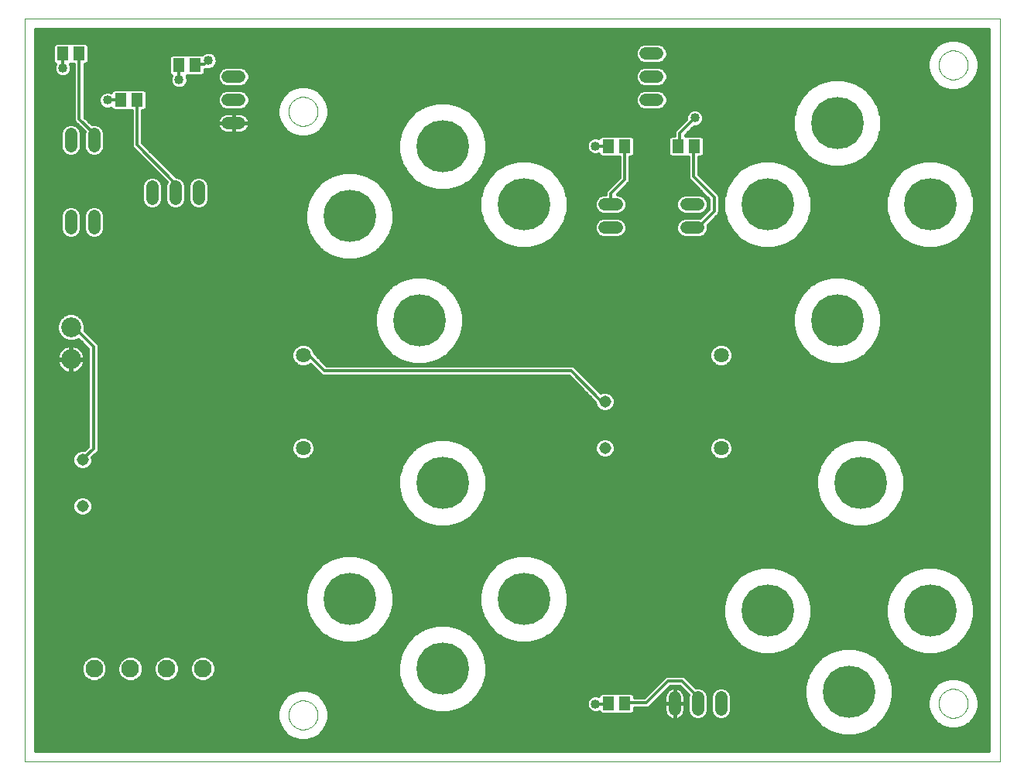
<source format=gtl>
G75*
%MOIN*%
%OFA0B0*%
%FSLAX24Y24*%
%IPPOS*%
%LPD*%
%AMOC8*
5,1,8,0,0,1.08239X$1,22.5*
%
%ADD10C,0.0000*%
%ADD11C,0.0765*%
%ADD12C,0.0860*%
%ADD13R,0.0512X0.0591*%
%ADD14C,0.0520*%
%ADD15C,0.2250*%
%ADD16C,0.0645*%
%ADD17C,0.0515*%
%ADD18C,0.0120*%
%ADD19C,0.0400*%
%ADD20C,0.0160*%
D10*
X001180Y001180D02*
X001180Y033180D01*
X043180Y033180D01*
X043180Y001180D01*
X001180Y001180D01*
X012555Y003180D02*
X012557Y003230D01*
X012563Y003279D01*
X012573Y003328D01*
X012586Y003375D01*
X012604Y003422D01*
X012625Y003467D01*
X012649Y003510D01*
X012677Y003551D01*
X012708Y003590D01*
X012742Y003626D01*
X012779Y003660D01*
X012819Y003690D01*
X012860Y003717D01*
X012904Y003741D01*
X012949Y003761D01*
X012996Y003777D01*
X013044Y003790D01*
X013093Y003799D01*
X013143Y003804D01*
X013192Y003805D01*
X013242Y003802D01*
X013291Y003795D01*
X013340Y003784D01*
X013387Y003770D01*
X013433Y003751D01*
X013478Y003729D01*
X013521Y003704D01*
X013561Y003675D01*
X013599Y003643D01*
X013635Y003609D01*
X013668Y003571D01*
X013697Y003531D01*
X013723Y003489D01*
X013746Y003445D01*
X013765Y003399D01*
X013781Y003352D01*
X013793Y003303D01*
X013801Y003254D01*
X013805Y003205D01*
X013805Y003155D01*
X013801Y003106D01*
X013793Y003057D01*
X013781Y003008D01*
X013765Y002961D01*
X013746Y002915D01*
X013723Y002871D01*
X013697Y002829D01*
X013668Y002789D01*
X013635Y002751D01*
X013599Y002717D01*
X013561Y002685D01*
X013521Y002656D01*
X013478Y002631D01*
X013433Y002609D01*
X013387Y002590D01*
X013340Y002576D01*
X013291Y002565D01*
X013242Y002558D01*
X013192Y002555D01*
X013143Y002556D01*
X013093Y002561D01*
X013044Y002570D01*
X012996Y002583D01*
X012949Y002599D01*
X012904Y002619D01*
X012860Y002643D01*
X012819Y002670D01*
X012779Y002700D01*
X012742Y002734D01*
X012708Y002770D01*
X012677Y002809D01*
X012649Y002850D01*
X012625Y002893D01*
X012604Y002938D01*
X012586Y002985D01*
X012573Y003032D01*
X012563Y003081D01*
X012557Y003130D01*
X012555Y003180D01*
X040555Y003680D02*
X040557Y003730D01*
X040563Y003779D01*
X040573Y003828D01*
X040586Y003875D01*
X040604Y003922D01*
X040625Y003967D01*
X040649Y004010D01*
X040677Y004051D01*
X040708Y004090D01*
X040742Y004126D01*
X040779Y004160D01*
X040819Y004190D01*
X040860Y004217D01*
X040904Y004241D01*
X040949Y004261D01*
X040996Y004277D01*
X041044Y004290D01*
X041093Y004299D01*
X041143Y004304D01*
X041192Y004305D01*
X041242Y004302D01*
X041291Y004295D01*
X041340Y004284D01*
X041387Y004270D01*
X041433Y004251D01*
X041478Y004229D01*
X041521Y004204D01*
X041561Y004175D01*
X041599Y004143D01*
X041635Y004109D01*
X041668Y004071D01*
X041697Y004031D01*
X041723Y003989D01*
X041746Y003945D01*
X041765Y003899D01*
X041781Y003852D01*
X041793Y003803D01*
X041801Y003754D01*
X041805Y003705D01*
X041805Y003655D01*
X041801Y003606D01*
X041793Y003557D01*
X041781Y003508D01*
X041765Y003461D01*
X041746Y003415D01*
X041723Y003371D01*
X041697Y003329D01*
X041668Y003289D01*
X041635Y003251D01*
X041599Y003217D01*
X041561Y003185D01*
X041521Y003156D01*
X041478Y003131D01*
X041433Y003109D01*
X041387Y003090D01*
X041340Y003076D01*
X041291Y003065D01*
X041242Y003058D01*
X041192Y003055D01*
X041143Y003056D01*
X041093Y003061D01*
X041044Y003070D01*
X040996Y003083D01*
X040949Y003099D01*
X040904Y003119D01*
X040860Y003143D01*
X040819Y003170D01*
X040779Y003200D01*
X040742Y003234D01*
X040708Y003270D01*
X040677Y003309D01*
X040649Y003350D01*
X040625Y003393D01*
X040604Y003438D01*
X040586Y003485D01*
X040573Y003532D01*
X040563Y003581D01*
X040557Y003630D01*
X040555Y003680D01*
X012555Y029180D02*
X012557Y029230D01*
X012563Y029279D01*
X012573Y029328D01*
X012586Y029375D01*
X012604Y029422D01*
X012625Y029467D01*
X012649Y029510D01*
X012677Y029551D01*
X012708Y029590D01*
X012742Y029626D01*
X012779Y029660D01*
X012819Y029690D01*
X012860Y029717D01*
X012904Y029741D01*
X012949Y029761D01*
X012996Y029777D01*
X013044Y029790D01*
X013093Y029799D01*
X013143Y029804D01*
X013192Y029805D01*
X013242Y029802D01*
X013291Y029795D01*
X013340Y029784D01*
X013387Y029770D01*
X013433Y029751D01*
X013478Y029729D01*
X013521Y029704D01*
X013561Y029675D01*
X013599Y029643D01*
X013635Y029609D01*
X013668Y029571D01*
X013697Y029531D01*
X013723Y029489D01*
X013746Y029445D01*
X013765Y029399D01*
X013781Y029352D01*
X013793Y029303D01*
X013801Y029254D01*
X013805Y029205D01*
X013805Y029155D01*
X013801Y029106D01*
X013793Y029057D01*
X013781Y029008D01*
X013765Y028961D01*
X013746Y028915D01*
X013723Y028871D01*
X013697Y028829D01*
X013668Y028789D01*
X013635Y028751D01*
X013599Y028717D01*
X013561Y028685D01*
X013521Y028656D01*
X013478Y028631D01*
X013433Y028609D01*
X013387Y028590D01*
X013340Y028576D01*
X013291Y028565D01*
X013242Y028558D01*
X013192Y028555D01*
X013143Y028556D01*
X013093Y028561D01*
X013044Y028570D01*
X012996Y028583D01*
X012949Y028599D01*
X012904Y028619D01*
X012860Y028643D01*
X012819Y028670D01*
X012779Y028700D01*
X012742Y028734D01*
X012708Y028770D01*
X012677Y028809D01*
X012649Y028850D01*
X012625Y028893D01*
X012604Y028938D01*
X012586Y028985D01*
X012573Y029032D01*
X012563Y029081D01*
X012557Y029130D01*
X012555Y029180D01*
X040555Y031180D02*
X040557Y031230D01*
X040563Y031279D01*
X040573Y031328D01*
X040586Y031375D01*
X040604Y031422D01*
X040625Y031467D01*
X040649Y031510D01*
X040677Y031551D01*
X040708Y031590D01*
X040742Y031626D01*
X040779Y031660D01*
X040819Y031690D01*
X040860Y031717D01*
X040904Y031741D01*
X040949Y031761D01*
X040996Y031777D01*
X041044Y031790D01*
X041093Y031799D01*
X041143Y031804D01*
X041192Y031805D01*
X041242Y031802D01*
X041291Y031795D01*
X041340Y031784D01*
X041387Y031770D01*
X041433Y031751D01*
X041478Y031729D01*
X041521Y031704D01*
X041561Y031675D01*
X041599Y031643D01*
X041635Y031609D01*
X041668Y031571D01*
X041697Y031531D01*
X041723Y031489D01*
X041746Y031445D01*
X041765Y031399D01*
X041781Y031352D01*
X041793Y031303D01*
X041801Y031254D01*
X041805Y031205D01*
X041805Y031155D01*
X041801Y031106D01*
X041793Y031057D01*
X041781Y031008D01*
X041765Y030961D01*
X041746Y030915D01*
X041723Y030871D01*
X041697Y030829D01*
X041668Y030789D01*
X041635Y030751D01*
X041599Y030717D01*
X041561Y030685D01*
X041521Y030656D01*
X041478Y030631D01*
X041433Y030609D01*
X041387Y030590D01*
X041340Y030576D01*
X041291Y030565D01*
X041242Y030558D01*
X041192Y030555D01*
X041143Y030556D01*
X041093Y030561D01*
X041044Y030570D01*
X040996Y030583D01*
X040949Y030599D01*
X040904Y030619D01*
X040860Y030643D01*
X040819Y030670D01*
X040779Y030700D01*
X040742Y030734D01*
X040708Y030770D01*
X040677Y030809D01*
X040649Y030850D01*
X040625Y030893D01*
X040604Y030938D01*
X040586Y030985D01*
X040573Y031032D01*
X040563Y031081D01*
X040557Y031130D01*
X040555Y031180D01*
D11*
X008860Y005180D03*
X007300Y005180D03*
X005740Y005180D03*
X004180Y005180D03*
D12*
X003180Y018511D03*
X003180Y019889D03*
D13*
X005345Y029680D03*
X006015Y029680D03*
X007845Y031180D03*
X008515Y031180D03*
X003515Y031680D03*
X002845Y031680D03*
X026345Y027680D03*
X027015Y027680D03*
X029345Y027680D03*
X030015Y027680D03*
X027015Y003680D03*
X026345Y003680D03*
D14*
X029180Y003420D02*
X029180Y003940D01*
X030180Y003940D02*
X030180Y003420D01*
X031180Y003420D02*
X031180Y003940D01*
X030200Y024180D02*
X029680Y024180D01*
X029680Y025180D02*
X030200Y025180D01*
X026680Y025180D02*
X026160Y025180D01*
X026160Y024180D02*
X026680Y024180D01*
X027920Y029680D02*
X028440Y029680D01*
X028440Y030680D02*
X027920Y030680D01*
X027920Y031680D02*
X028440Y031680D01*
X010440Y030680D02*
X009920Y030680D01*
X009920Y029680D02*
X010440Y029680D01*
X010440Y028680D02*
X009920Y028680D01*
X008680Y025940D02*
X008680Y025420D01*
X007680Y025420D02*
X007680Y025940D01*
X006680Y025940D02*
X006680Y025420D01*
X004180Y024680D02*
X004180Y024160D01*
X003180Y024160D02*
X003180Y024680D01*
X003180Y027680D02*
X003180Y028200D01*
X004180Y028200D02*
X004180Y027680D01*
D15*
X015180Y024680D03*
X019180Y027680D03*
X022680Y025180D03*
X018180Y020180D03*
X019180Y013180D03*
X022680Y008180D03*
X019180Y005180D03*
X015180Y008180D03*
X033180Y007680D03*
X036680Y004180D03*
X040180Y007680D03*
X037180Y013180D03*
X036180Y020180D03*
X033180Y025180D03*
X036180Y028680D03*
X040180Y025180D03*
D16*
X031180Y018680D03*
X031180Y014680D03*
X013180Y014680D03*
X013180Y018680D03*
D17*
X003680Y014180D03*
X003680Y012180D03*
X026180Y014680D03*
X026180Y016680D03*
D18*
X026150Y016690D01*
X026040Y016690D01*
X024720Y018010D01*
X014105Y018010D01*
X013445Y018670D01*
X013225Y018670D01*
X013180Y018680D01*
X007680Y025680D02*
X007670Y025710D01*
X007670Y026095D01*
X006020Y027745D01*
X006020Y029670D01*
X006015Y029680D01*
X005345Y029680D02*
X005305Y029670D01*
X004755Y029670D01*
X003545Y028845D02*
X004150Y028240D01*
X004150Y027690D01*
X004180Y027680D01*
X003545Y028845D02*
X003545Y031650D01*
X003515Y031680D01*
X002845Y031680D02*
X002830Y031650D01*
X002830Y031045D01*
X007835Y031155D02*
X007835Y030550D01*
X007835Y031155D02*
X007845Y031180D01*
X008515Y031180D02*
X008550Y031210D01*
X008935Y031210D01*
X009100Y031375D01*
X003325Y019880D02*
X004150Y019055D01*
X004150Y014655D01*
X003710Y014215D01*
X003680Y014180D01*
X003325Y019880D02*
X003215Y019880D01*
X003180Y019889D01*
X025765Y027690D02*
X026315Y027690D01*
X026345Y027680D01*
X027015Y027680D02*
X027030Y027635D01*
X027030Y026260D01*
X026425Y025655D01*
X026425Y025380D01*
X026645Y025160D01*
X026680Y025180D01*
X029680Y024180D02*
X029725Y024225D01*
X030220Y024225D01*
X030880Y024885D01*
X030880Y025490D01*
X030000Y026370D01*
X030000Y027635D01*
X030015Y027680D01*
X029395Y027690D02*
X029345Y027680D01*
X029395Y027690D02*
X029395Y028240D01*
X030055Y028900D01*
X029505Y004645D02*
X028900Y004645D01*
X027965Y003710D01*
X027030Y003710D01*
X027015Y003680D01*
X026345Y003680D02*
X026315Y003655D01*
X025765Y003655D01*
X029505Y004645D02*
X030165Y003985D01*
X030165Y003710D01*
X030180Y003680D01*
D19*
X025765Y003655D03*
X025765Y027690D03*
X030055Y028900D03*
X009100Y031375D03*
X007835Y030550D03*
X004755Y029670D03*
X002830Y031045D03*
D20*
X003175Y031205D02*
X003176Y031205D01*
X003180Y031209D01*
X003184Y031205D01*
X003305Y031205D01*
X003305Y028797D01*
X003342Y028709D01*
X003747Y028304D01*
X003740Y028288D01*
X003740Y027592D01*
X003807Y027431D01*
X003931Y027307D01*
X004092Y027240D01*
X004268Y027240D01*
X004429Y027307D01*
X004553Y027431D01*
X004620Y027592D01*
X004620Y028288D01*
X004553Y028449D01*
X004429Y028573D01*
X004268Y028640D01*
X004092Y028640D01*
X004090Y028639D01*
X003785Y028944D01*
X003785Y031205D01*
X003845Y031205D01*
X003951Y031310D01*
X003951Y032050D01*
X003845Y032155D01*
X003184Y032155D01*
X003180Y032151D01*
X003176Y032155D01*
X002515Y032155D01*
X002409Y032050D01*
X002409Y031310D01*
X002494Y031226D01*
X002450Y031121D01*
X002450Y030969D01*
X002508Y030830D01*
X002615Y030723D01*
X002754Y030665D01*
X002906Y030665D01*
X003045Y030723D01*
X003152Y030830D01*
X003210Y030969D01*
X003210Y031121D01*
X003175Y031205D01*
X003203Y031137D02*
X003305Y031137D01*
X003305Y030978D02*
X003210Y030978D01*
X003142Y030820D02*
X003305Y030820D01*
X003305Y030661D02*
X001660Y030661D01*
X001660Y030503D02*
X003305Y030503D01*
X003305Y030344D02*
X001660Y030344D01*
X001660Y030186D02*
X003305Y030186D01*
X003305Y030027D02*
X001660Y030027D01*
X001660Y029869D02*
X003305Y029869D01*
X003305Y029710D02*
X001660Y029710D01*
X001660Y029552D02*
X003305Y029552D01*
X003305Y029393D02*
X001660Y029393D01*
X001660Y029235D02*
X003305Y029235D01*
X003305Y029076D02*
X001660Y029076D01*
X001660Y028918D02*
X003305Y028918D01*
X003321Y028759D02*
X001660Y028759D01*
X001660Y028601D02*
X002997Y028601D01*
X002931Y028573D02*
X002807Y028449D01*
X002740Y028288D01*
X002740Y027592D01*
X002807Y027431D01*
X002931Y027307D01*
X003092Y027240D01*
X003268Y027240D01*
X003429Y027307D01*
X003553Y027431D01*
X003620Y027592D01*
X003620Y028288D01*
X003553Y028449D01*
X003429Y028573D01*
X003268Y028640D01*
X003092Y028640D01*
X002931Y028573D01*
X002804Y028442D02*
X001660Y028442D01*
X001660Y028284D02*
X002740Y028284D01*
X002740Y028125D02*
X001660Y028125D01*
X001660Y027967D02*
X002740Y027967D01*
X002740Y027808D02*
X001660Y027808D01*
X001660Y027650D02*
X002740Y027650D01*
X002782Y027491D02*
X001660Y027491D01*
X001660Y027333D02*
X002905Y027333D01*
X003455Y027333D02*
X003905Y027333D01*
X003782Y027491D02*
X003578Y027491D01*
X003620Y027650D02*
X003740Y027650D01*
X003740Y027808D02*
X003620Y027808D01*
X003620Y027967D02*
X003740Y027967D01*
X003740Y028125D02*
X003620Y028125D01*
X003620Y028284D02*
X003740Y028284D01*
X003609Y028442D02*
X003556Y028442D01*
X003450Y028601D02*
X003363Y028601D01*
X003812Y028918D02*
X005780Y028918D01*
X005780Y029076D02*
X003785Y029076D01*
X003785Y029235D02*
X004985Y029235D01*
X005015Y029205D02*
X005676Y029205D01*
X005680Y029209D01*
X005684Y029205D01*
X005780Y029205D01*
X005780Y027697D01*
X005817Y027609D01*
X007286Y026139D01*
X007240Y026028D01*
X007240Y025332D01*
X007307Y025171D01*
X007431Y025047D01*
X007592Y024980D01*
X007768Y024980D01*
X007929Y025047D01*
X008053Y025171D01*
X008120Y025332D01*
X008120Y026028D01*
X008053Y026189D01*
X007929Y026313D01*
X007768Y026380D01*
X007724Y026380D01*
X006260Y027844D01*
X006260Y029205D01*
X006345Y029205D01*
X006451Y029310D01*
X006451Y030050D01*
X006345Y030155D01*
X005684Y030155D01*
X005680Y030151D01*
X005676Y030155D01*
X005015Y030155D01*
X004909Y030050D01*
X004909Y030017D01*
X004831Y030050D01*
X004679Y030050D01*
X004540Y029992D01*
X004433Y029885D01*
X004375Y029746D01*
X004375Y029594D01*
X004433Y029455D01*
X004540Y029348D01*
X004679Y029290D01*
X004831Y029290D01*
X004909Y029323D01*
X004909Y029310D01*
X005015Y029205D01*
X004495Y029393D02*
X003785Y029393D01*
X003785Y029552D02*
X004393Y029552D01*
X004375Y029710D02*
X003785Y029710D01*
X003785Y029869D02*
X004426Y029869D01*
X004624Y030027D02*
X003785Y030027D01*
X003785Y030186D02*
X007722Y030186D01*
X007759Y030170D02*
X007911Y030170D01*
X008050Y030228D01*
X008157Y030335D01*
X008215Y030474D01*
X008215Y030626D01*
X008181Y030708D01*
X008184Y030705D01*
X008845Y030705D01*
X008951Y030810D01*
X008951Y030970D01*
X008983Y030970D01*
X009043Y030995D01*
X009176Y030995D01*
X009315Y031053D01*
X009422Y031160D01*
X009480Y031299D01*
X009480Y031451D01*
X009422Y031590D01*
X009315Y031697D01*
X009176Y031755D01*
X009024Y031755D01*
X008885Y031697D01*
X008843Y031655D01*
X008184Y031655D01*
X008180Y031651D01*
X008176Y031655D01*
X007515Y031655D01*
X007409Y031550D01*
X007409Y030810D01*
X007496Y030724D01*
X007455Y030626D01*
X007455Y030474D01*
X007513Y030335D01*
X007620Y030228D01*
X007759Y030170D01*
X007948Y030186D02*
X012712Y030186D01*
X012753Y030210D02*
X012502Y030064D01*
X012296Y029858D01*
X012150Y029607D01*
X012075Y029325D01*
X012075Y029035D01*
X012150Y028753D01*
X012296Y028502D01*
X012502Y028296D01*
X012753Y028150D01*
X013035Y028075D01*
X013325Y028075D01*
X013607Y028150D01*
X013858Y028296D01*
X014064Y028502D01*
X014210Y028753D01*
X014285Y029035D01*
X014285Y029325D01*
X014210Y029607D01*
X014064Y029858D01*
X013858Y030064D01*
X013607Y030210D01*
X013325Y030285D01*
X013035Y030285D01*
X012753Y030210D01*
X012464Y030027D02*
X010715Y030027D01*
X010689Y030053D02*
X010528Y030120D01*
X009832Y030120D01*
X009671Y030053D01*
X009547Y029929D01*
X009480Y029768D01*
X009480Y029592D01*
X009547Y029431D01*
X009671Y029307D01*
X009832Y029240D01*
X010528Y029240D01*
X010689Y029307D01*
X010813Y029431D01*
X010880Y029592D01*
X010880Y029768D01*
X010813Y029929D01*
X010689Y030053D01*
X010838Y029869D02*
X012306Y029869D01*
X012210Y029710D02*
X010880Y029710D01*
X010863Y029552D02*
X012136Y029552D01*
X012093Y029393D02*
X010775Y029393D01*
X010609Y029088D02*
X010543Y029109D01*
X010475Y029120D01*
X010180Y029120D01*
X010180Y028680D01*
X010180Y028680D01*
X010880Y028680D01*
X010880Y028715D01*
X010869Y028783D01*
X010848Y028849D01*
X010816Y028911D01*
X010776Y028967D01*
X010727Y029016D01*
X010671Y029056D01*
X010609Y029088D01*
X010632Y029076D02*
X012075Y029076D01*
X012075Y029235D02*
X006375Y029235D01*
X006451Y029393D02*
X009585Y029393D01*
X009497Y029552D02*
X006451Y029552D01*
X006451Y029710D02*
X009480Y029710D01*
X009522Y029869D02*
X006451Y029869D01*
X006451Y030027D02*
X009645Y030027D01*
X009671Y030307D02*
X009832Y030240D01*
X010528Y030240D01*
X010689Y030307D01*
X010813Y030431D01*
X010880Y030592D01*
X010880Y030768D01*
X010813Y030929D01*
X010689Y031053D01*
X010528Y031120D01*
X009832Y031120D01*
X009671Y031053D01*
X009547Y030929D01*
X009480Y030768D01*
X009480Y030592D01*
X009547Y030431D01*
X009671Y030307D01*
X009634Y030344D02*
X008161Y030344D01*
X008215Y030503D02*
X009517Y030503D01*
X009480Y030661D02*
X008200Y030661D01*
X007470Y030661D02*
X003785Y030661D01*
X003785Y030503D02*
X007455Y030503D01*
X007509Y030344D02*
X003785Y030344D01*
X003785Y030820D02*
X007409Y030820D01*
X007409Y030978D02*
X003785Y030978D01*
X003785Y031137D02*
X007409Y031137D01*
X007409Y031295D02*
X003935Y031295D01*
X003951Y031454D02*
X007409Y031454D01*
X007472Y031612D02*
X003951Y031612D01*
X003951Y031771D02*
X027481Y031771D01*
X027480Y031768D02*
X027480Y031592D01*
X027547Y031431D01*
X027671Y031307D01*
X027832Y031240D01*
X028528Y031240D01*
X028689Y031307D01*
X028813Y031431D01*
X028880Y031592D01*
X028880Y031768D01*
X028813Y031929D01*
X040366Y031929D01*
X040296Y031858D02*
X040150Y031607D01*
X040075Y031325D01*
X040075Y031035D01*
X040150Y030753D01*
X040296Y030502D01*
X040502Y030296D01*
X040753Y030150D01*
X041035Y030075D01*
X041325Y030075D01*
X041607Y030150D01*
X041858Y030296D01*
X042064Y030502D01*
X042210Y030753D01*
X042285Y031035D01*
X042285Y031325D01*
X042210Y031607D01*
X042064Y031858D01*
X041858Y032064D01*
X041607Y032210D01*
X041325Y032285D01*
X041035Y032285D01*
X040753Y032210D01*
X040502Y032064D01*
X040296Y031858D01*
X040245Y031771D02*
X028879Y031771D01*
X028880Y031612D02*
X040153Y031612D01*
X040109Y031454D02*
X028822Y031454D01*
X028660Y031295D02*
X040075Y031295D01*
X040075Y031137D02*
X009399Y031137D01*
X009478Y031295D02*
X027700Y031295D01*
X027832Y031120D02*
X027671Y031053D01*
X027547Y030929D01*
X027480Y030768D01*
X027480Y030592D01*
X027547Y030431D01*
X027671Y030307D01*
X027832Y030240D01*
X028528Y030240D01*
X028689Y030307D01*
X028813Y030431D01*
X028880Y030592D01*
X028880Y030768D01*
X028813Y030929D01*
X028689Y031053D01*
X028528Y031120D01*
X027832Y031120D01*
X027596Y030978D02*
X010764Y030978D01*
X010858Y030820D02*
X027502Y030820D01*
X027480Y030661D02*
X010880Y030661D01*
X010843Y030503D02*
X027517Y030503D01*
X027634Y030344D02*
X010726Y030344D01*
X009596Y030978D02*
X009002Y030978D01*
X008951Y030820D02*
X009502Y030820D01*
X009479Y031454D02*
X027538Y031454D01*
X027480Y031612D02*
X009400Y031612D01*
X009817Y029109D02*
X009885Y029120D01*
X010180Y029120D01*
X010180Y028680D01*
X010180Y028680D01*
X010880Y028680D01*
X010880Y028645D01*
X010869Y028577D01*
X010848Y028511D01*
X010816Y028449D01*
X010776Y028393D01*
X010727Y028344D01*
X010671Y028304D01*
X010609Y028272D01*
X010543Y028251D01*
X010475Y028240D01*
X010180Y028240D01*
X010180Y028680D01*
X010180Y028680D01*
X010180Y028680D01*
X009480Y028680D01*
X009480Y028715D01*
X009491Y028783D01*
X009512Y028849D01*
X009544Y028911D01*
X009584Y028967D01*
X009633Y029016D01*
X009689Y029056D01*
X009751Y029088D01*
X009817Y029109D01*
X009728Y029076D02*
X006260Y029076D01*
X006260Y028918D02*
X009549Y028918D01*
X009487Y028759D02*
X006260Y028759D01*
X006260Y028601D02*
X009487Y028601D01*
X009491Y028577D02*
X009512Y028511D01*
X009544Y028449D01*
X009584Y028393D01*
X009633Y028344D01*
X009689Y028304D01*
X009751Y028272D01*
X009817Y028251D01*
X009885Y028240D01*
X010180Y028240D01*
X010180Y028680D01*
X009480Y028680D01*
X009480Y028645D01*
X009491Y028577D01*
X009549Y028442D02*
X006260Y028442D01*
X006260Y028284D02*
X009729Y028284D01*
X010180Y028284D02*
X010180Y028284D01*
X010180Y028442D02*
X010180Y028442D01*
X010180Y028601D02*
X010180Y028601D01*
X010180Y028759D02*
X010180Y028759D01*
X010180Y028918D02*
X010180Y028918D01*
X010180Y029076D02*
X010180Y029076D01*
X010811Y028918D02*
X012106Y028918D01*
X012149Y028759D02*
X010873Y028759D01*
X010873Y028601D02*
X012239Y028601D01*
X012355Y028442D02*
X010811Y028442D01*
X010631Y028284D02*
X012523Y028284D01*
X012848Y028125D02*
X006260Y028125D01*
X006260Y027967D02*
X017285Y027967D01*
X017275Y027931D02*
X017275Y027429D01*
X017405Y026945D01*
X017656Y026510D01*
X018010Y026156D01*
X018445Y025905D01*
X018929Y025775D01*
X019431Y025775D01*
X019915Y025905D01*
X020350Y026156D01*
X020704Y026510D01*
X020955Y026945D01*
X021085Y027429D01*
X021085Y027931D01*
X020955Y028415D01*
X020704Y028850D01*
X020350Y029204D01*
X019915Y029455D01*
X019431Y029585D01*
X018929Y029585D01*
X018445Y029455D01*
X018010Y029204D01*
X017656Y028850D01*
X017405Y028415D01*
X017275Y027931D01*
X017275Y027808D02*
X006296Y027808D01*
X006455Y027650D02*
X017275Y027650D01*
X017275Y027491D02*
X006613Y027491D01*
X006772Y027333D02*
X017301Y027333D01*
X017343Y027174D02*
X006930Y027174D01*
X007089Y027016D02*
X017386Y027016D01*
X017455Y026857D02*
X007247Y026857D01*
X007406Y026699D02*
X017547Y026699D01*
X017638Y026540D02*
X015599Y026540D01*
X015431Y026585D02*
X015915Y026455D01*
X016350Y026204D01*
X016704Y025850D01*
X016955Y025415D01*
X017085Y024931D01*
X017085Y024429D01*
X016955Y023945D01*
X016704Y023510D01*
X016350Y023156D01*
X015915Y022905D01*
X015431Y022775D01*
X014929Y022775D01*
X014445Y022905D01*
X014010Y023156D01*
X013656Y023510D01*
X013405Y023945D01*
X013275Y024429D01*
X013275Y024931D01*
X013405Y025415D01*
X013656Y025850D01*
X014010Y026204D01*
X014445Y026455D01*
X014929Y026585D01*
X015431Y026585D01*
X014761Y026540D02*
X007564Y026540D01*
X007723Y026382D02*
X014317Y026382D01*
X014043Y026223D02*
X009019Y026223D01*
X009053Y026189D02*
X008929Y026313D01*
X008768Y026380D01*
X008592Y026380D01*
X008431Y026313D01*
X008307Y026189D01*
X008240Y026028D01*
X008240Y025332D01*
X008307Y025171D01*
X008431Y025047D01*
X008592Y024980D01*
X008768Y024980D01*
X008929Y025047D01*
X009053Y025171D01*
X009120Y025332D01*
X009120Y026028D01*
X009053Y026189D01*
X009105Y026065D02*
X013870Y026065D01*
X013712Y025906D02*
X009120Y025906D01*
X009120Y025748D02*
X013597Y025748D01*
X013505Y025589D02*
X009120Y025589D01*
X009120Y025431D02*
X013414Y025431D01*
X013366Y025272D02*
X009095Y025272D01*
X008996Y025114D02*
X013324Y025114D01*
X013281Y024955D02*
X004527Y024955D01*
X004553Y024929D02*
X004429Y025053D01*
X004268Y025120D01*
X004092Y025120D01*
X003931Y025053D01*
X003807Y024929D01*
X003740Y024768D01*
X003740Y024072D01*
X003807Y023911D01*
X003931Y023787D01*
X004092Y023720D01*
X004268Y023720D01*
X004429Y023787D01*
X004553Y023911D01*
X004620Y024072D01*
X004620Y024768D01*
X004553Y024929D01*
X004608Y024797D02*
X013275Y024797D01*
X013275Y024638D02*
X004620Y024638D01*
X004620Y024480D02*
X013275Y024480D01*
X013304Y024321D02*
X004620Y024321D01*
X004620Y024163D02*
X013346Y024163D01*
X013389Y024004D02*
X004592Y024004D01*
X004488Y023846D02*
X013462Y023846D01*
X013554Y023687D02*
X001660Y023687D01*
X001660Y023529D02*
X013645Y023529D01*
X013796Y023370D02*
X001660Y023370D01*
X001660Y023212D02*
X013954Y023212D01*
X014188Y023053D02*
X001660Y023053D01*
X001660Y022895D02*
X014483Y022895D01*
X015877Y022895D02*
X042700Y022895D01*
X042700Y023053D02*
X016172Y023053D01*
X016406Y023212D02*
X042700Y023212D01*
X042700Y023370D02*
X040785Y023370D01*
X040915Y023405D02*
X040431Y023275D01*
X039929Y023275D01*
X039445Y023405D01*
X039010Y023656D01*
X038656Y024010D01*
X038405Y024445D01*
X038275Y024929D01*
X038275Y025431D01*
X038405Y025915D01*
X038656Y026350D01*
X039010Y026704D01*
X039445Y026955D01*
X039929Y027085D01*
X040431Y027085D01*
X040915Y026955D01*
X041350Y026704D01*
X041704Y026350D01*
X041955Y025915D01*
X042085Y025431D01*
X042085Y024929D01*
X041955Y024445D01*
X041704Y024010D01*
X041350Y023656D01*
X040915Y023405D01*
X041130Y023529D02*
X042700Y023529D01*
X042700Y023687D02*
X041381Y023687D01*
X041540Y023846D02*
X042700Y023846D01*
X042700Y024004D02*
X041698Y024004D01*
X041792Y024163D02*
X042700Y024163D01*
X042700Y024321D02*
X041884Y024321D01*
X041965Y024480D02*
X042700Y024480D01*
X042700Y024638D02*
X042007Y024638D01*
X042049Y024797D02*
X042700Y024797D01*
X042700Y024955D02*
X042085Y024955D01*
X042085Y025114D02*
X042700Y025114D01*
X042700Y025272D02*
X042085Y025272D01*
X042085Y025431D02*
X042700Y025431D01*
X042700Y025589D02*
X042043Y025589D01*
X042000Y025748D02*
X042700Y025748D01*
X042700Y025906D02*
X041958Y025906D01*
X041869Y026065D02*
X042700Y026065D01*
X042700Y026223D02*
X041778Y026223D01*
X041673Y026382D02*
X042700Y026382D01*
X042700Y026540D02*
X041514Y026540D01*
X041356Y026699D02*
X042700Y026699D01*
X042700Y026857D02*
X041085Y026857D01*
X040690Y027016D02*
X042700Y027016D01*
X042700Y027174D02*
X037368Y027174D01*
X037350Y027156D02*
X037704Y027510D01*
X037955Y027945D01*
X038085Y028429D01*
X038085Y028931D01*
X037955Y029415D01*
X037704Y029850D01*
X037350Y030204D01*
X036915Y030455D01*
X036431Y030585D01*
X035929Y030585D01*
X035445Y030455D01*
X035010Y030204D01*
X034656Y029850D01*
X034405Y029415D01*
X034275Y028931D01*
X034275Y028429D01*
X034405Y027945D01*
X034656Y027510D01*
X035010Y027156D01*
X035445Y026905D01*
X035929Y026775D01*
X036431Y026775D01*
X036915Y026905D01*
X037350Y027156D01*
X037527Y027333D02*
X042700Y027333D01*
X042700Y027491D02*
X037685Y027491D01*
X037785Y027650D02*
X042700Y027650D01*
X042700Y027808D02*
X037876Y027808D01*
X037961Y027967D02*
X042700Y027967D01*
X042700Y028125D02*
X038003Y028125D01*
X038046Y028284D02*
X042700Y028284D01*
X042700Y028442D02*
X038085Y028442D01*
X038085Y028601D02*
X042700Y028601D01*
X042700Y028759D02*
X038085Y028759D01*
X038085Y028918D02*
X042700Y028918D01*
X042700Y029076D02*
X038046Y029076D01*
X038004Y029235D02*
X042700Y029235D01*
X042700Y029393D02*
X037961Y029393D01*
X037877Y029552D02*
X042700Y029552D01*
X042700Y029710D02*
X037785Y029710D01*
X037686Y029869D02*
X042700Y029869D01*
X042700Y030027D02*
X037527Y030027D01*
X037369Y030186D02*
X040692Y030186D01*
X040453Y030344D02*
X037108Y030344D01*
X036739Y030503D02*
X040295Y030503D01*
X040204Y030661D02*
X028880Y030661D01*
X028858Y030820D02*
X040133Y030820D01*
X040090Y030978D02*
X028764Y030978D01*
X028843Y030503D02*
X035621Y030503D01*
X035252Y030344D02*
X028726Y030344D01*
X028689Y030053D02*
X028528Y030120D01*
X027832Y030120D01*
X027671Y030053D01*
X027547Y029929D01*
X027480Y029768D01*
X027480Y029592D01*
X027547Y029431D01*
X027671Y029307D01*
X027832Y029240D01*
X028528Y029240D01*
X028689Y029307D01*
X028813Y029431D01*
X028880Y029592D01*
X028880Y029768D01*
X028813Y029929D01*
X028689Y030053D01*
X028715Y030027D02*
X034833Y030027D01*
X034674Y029869D02*
X028838Y029869D01*
X028880Y029710D02*
X034575Y029710D01*
X034483Y029552D02*
X028863Y029552D01*
X028775Y029393D02*
X034399Y029393D01*
X034356Y029235D02*
X030240Y029235D01*
X030270Y029222D02*
X030131Y029280D01*
X029979Y029280D01*
X029840Y029222D01*
X029733Y029115D01*
X029675Y028976D01*
X029675Y028859D01*
X029192Y028376D01*
X029155Y028288D01*
X029155Y028155D01*
X029015Y028155D01*
X028909Y028050D01*
X028909Y027310D01*
X029015Y027205D01*
X029676Y027205D01*
X029680Y027209D01*
X029684Y027205D01*
X029760Y027205D01*
X029760Y026322D01*
X029797Y026234D01*
X030640Y025391D01*
X030640Y024984D01*
X030276Y024620D01*
X029592Y024620D01*
X029431Y024553D01*
X029307Y024429D01*
X029240Y024268D01*
X029240Y024092D01*
X029307Y023931D01*
X029431Y023807D01*
X029592Y023740D01*
X030288Y023740D01*
X030449Y023807D01*
X030573Y023931D01*
X030640Y024092D01*
X030640Y024268D01*
X030629Y024294D01*
X031083Y024749D01*
X031120Y024837D01*
X031120Y025538D01*
X031083Y025626D01*
X031016Y025693D01*
X030240Y026469D01*
X030240Y027205D01*
X030345Y027205D01*
X030451Y027310D01*
X030451Y028050D01*
X030345Y028155D01*
X029684Y028155D01*
X029680Y028151D01*
X029676Y028155D01*
X029650Y028155D01*
X030014Y028520D01*
X030131Y028520D01*
X030270Y028578D01*
X030377Y028685D01*
X030435Y028824D01*
X030435Y028976D01*
X030377Y029115D01*
X030270Y029222D01*
X030393Y029076D02*
X034314Y029076D01*
X034275Y028918D02*
X030435Y028918D01*
X030408Y028759D02*
X034275Y028759D01*
X034275Y028601D02*
X030293Y028601D01*
X029936Y028442D02*
X034275Y028442D01*
X034314Y028284D02*
X029778Y028284D01*
X029416Y028601D02*
X020848Y028601D01*
X020757Y028759D02*
X029575Y028759D01*
X029675Y028918D02*
X020637Y028918D01*
X020478Y029076D02*
X029717Y029076D01*
X029870Y029235D02*
X020297Y029235D01*
X020023Y029393D02*
X027585Y029393D01*
X027497Y029552D02*
X019556Y029552D01*
X018804Y029552D02*
X014224Y029552D01*
X014267Y029393D02*
X018337Y029393D01*
X018063Y029235D02*
X014285Y029235D01*
X014285Y029076D02*
X017882Y029076D01*
X017723Y028918D02*
X014254Y028918D01*
X014211Y028759D02*
X017603Y028759D01*
X017512Y028601D02*
X014121Y028601D01*
X014005Y028442D02*
X017420Y028442D01*
X017370Y028284D02*
X013837Y028284D01*
X013512Y028125D02*
X017327Y028125D01*
X017784Y026382D02*
X016043Y026382D01*
X016317Y026223D02*
X017943Y026223D01*
X018168Y026065D02*
X016490Y026065D01*
X016648Y025906D02*
X018443Y025906D01*
X019917Y025906D02*
X020902Y025906D01*
X020905Y025915D02*
X020775Y025431D01*
X020775Y024929D01*
X020905Y024445D01*
X021156Y024010D01*
X021510Y023656D01*
X021945Y023405D01*
X022429Y023275D01*
X022931Y023275D01*
X023415Y023405D01*
X023850Y023656D01*
X024204Y024010D01*
X024455Y024445D01*
X024585Y024929D01*
X024585Y025431D01*
X024455Y025915D01*
X024204Y026350D01*
X023850Y026704D01*
X023415Y026955D01*
X022931Y027085D01*
X022429Y027085D01*
X021945Y026955D01*
X021510Y026704D01*
X021156Y026350D01*
X020905Y025915D01*
X020991Y026065D02*
X020192Y026065D01*
X020417Y026223D02*
X021082Y026223D01*
X021187Y026382D02*
X020576Y026382D01*
X020722Y026540D02*
X021346Y026540D01*
X021504Y026699D02*
X020813Y026699D01*
X020905Y026857D02*
X021775Y026857D01*
X022170Y027016D02*
X020974Y027016D01*
X021017Y027174D02*
X026790Y027174D01*
X026790Y027205D02*
X026790Y026359D01*
X026289Y025858D01*
X026222Y025791D01*
X026185Y025703D01*
X026185Y025620D01*
X026072Y025620D01*
X025911Y025553D01*
X025787Y025429D01*
X025720Y025268D01*
X025720Y025092D01*
X025787Y024931D01*
X025911Y024807D01*
X026072Y024740D01*
X026768Y024740D01*
X026929Y024807D01*
X027053Y024931D01*
X027120Y025092D01*
X027120Y025268D01*
X027053Y025429D01*
X026929Y025553D01*
X026768Y025620D01*
X026729Y025620D01*
X027233Y026124D01*
X027270Y026212D01*
X027270Y027205D01*
X027345Y027205D01*
X027451Y027310D01*
X027451Y028050D01*
X027345Y028155D01*
X026684Y028155D01*
X026680Y028151D01*
X026676Y028155D01*
X026015Y028155D01*
X025909Y028050D01*
X025909Y028041D01*
X025841Y028070D01*
X025689Y028070D01*
X025550Y028012D01*
X025443Y027905D01*
X025385Y027766D01*
X025385Y027614D01*
X025443Y027475D01*
X025550Y027368D01*
X025689Y027310D01*
X025841Y027310D01*
X025909Y027339D01*
X025909Y027310D01*
X026015Y027205D01*
X026676Y027205D01*
X026680Y027209D01*
X026684Y027205D01*
X026790Y027205D01*
X026790Y027016D02*
X023190Y027016D01*
X023585Y026857D02*
X026790Y026857D01*
X026790Y026699D02*
X023856Y026699D01*
X024014Y026540D02*
X026790Y026540D01*
X026790Y026382D02*
X024173Y026382D01*
X024278Y026223D02*
X026654Y026223D01*
X026495Y026065D02*
X024369Y026065D01*
X024458Y025906D02*
X026337Y025906D01*
X026204Y025748D02*
X024500Y025748D01*
X024543Y025589D02*
X025998Y025589D01*
X025788Y025431D02*
X024585Y025431D01*
X024585Y025272D02*
X025722Y025272D01*
X025720Y025114D02*
X024585Y025114D01*
X024585Y024955D02*
X025777Y024955D01*
X025936Y024797D02*
X024549Y024797D01*
X024507Y024638D02*
X030294Y024638D01*
X030288Y024740D02*
X030449Y024807D01*
X030573Y024931D01*
X030640Y025092D01*
X030640Y025268D01*
X030573Y025429D01*
X030449Y025553D01*
X030288Y025620D01*
X029592Y025620D01*
X029431Y025553D01*
X029307Y025429D01*
X029240Y025268D01*
X029240Y025092D01*
X029307Y024931D01*
X029431Y024807D01*
X029592Y024740D01*
X030288Y024740D01*
X030424Y024797D02*
X030452Y024797D01*
X030583Y024955D02*
X030611Y024955D01*
X030640Y025114D02*
X030640Y025114D01*
X030638Y025272D02*
X030640Y025272D01*
X030600Y025431D02*
X030572Y025431D01*
X030442Y025589D02*
X030362Y025589D01*
X030283Y025748D02*
X026857Y025748D01*
X026842Y025589D02*
X029518Y025589D01*
X029308Y025431D02*
X027052Y025431D01*
X027118Y025272D02*
X029242Y025272D01*
X029240Y025114D02*
X027120Y025114D01*
X027063Y024955D02*
X029297Y024955D01*
X029456Y024797D02*
X026904Y024797D01*
X026768Y024620D02*
X026072Y024620D01*
X025911Y024553D01*
X025787Y024429D01*
X025720Y024268D01*
X025720Y024092D01*
X025787Y023931D01*
X025911Y023807D01*
X026072Y023740D01*
X026768Y023740D01*
X026929Y023807D01*
X027053Y023931D01*
X027120Y024092D01*
X027120Y024268D01*
X027053Y024429D01*
X026929Y024553D01*
X026768Y024620D01*
X027003Y024480D02*
X029357Y024480D01*
X029262Y024321D02*
X027098Y024321D01*
X027120Y024163D02*
X029240Y024163D01*
X029277Y024004D02*
X027083Y024004D01*
X026968Y023846D02*
X029392Y023846D01*
X030488Y023846D02*
X031820Y023846D01*
X031662Y024004D02*
X030603Y024004D01*
X030640Y024163D02*
X031568Y024163D01*
X031656Y024010D02*
X031405Y024445D01*
X031275Y024929D01*
X031275Y025431D01*
X031405Y025915D01*
X031656Y026350D01*
X032010Y026704D01*
X032445Y026955D01*
X032929Y027085D01*
X033431Y027085D01*
X033915Y026955D01*
X034350Y026704D01*
X034704Y026350D01*
X034955Y025915D01*
X035085Y025431D01*
X035085Y024929D01*
X034955Y024445D01*
X034704Y024010D01*
X034350Y023656D01*
X033915Y023405D01*
X033431Y023275D01*
X032929Y023275D01*
X032445Y023405D01*
X032010Y023656D01*
X031656Y024010D01*
X031476Y024321D02*
X030655Y024321D01*
X030814Y024480D02*
X031395Y024480D01*
X031353Y024638D02*
X030972Y024638D01*
X031103Y024797D02*
X031311Y024797D01*
X031275Y024955D02*
X031120Y024955D01*
X031120Y025114D02*
X031275Y025114D01*
X031275Y025272D02*
X031120Y025272D01*
X031120Y025431D02*
X031275Y025431D01*
X031317Y025589D02*
X031099Y025589D01*
X031016Y025693D02*
X031016Y025693D01*
X030962Y025748D02*
X031360Y025748D01*
X031402Y025906D02*
X030803Y025906D01*
X030645Y026065D02*
X031491Y026065D01*
X031582Y026223D02*
X030486Y026223D01*
X030328Y026382D02*
X031687Y026382D01*
X031846Y026540D02*
X030240Y026540D01*
X030240Y026699D02*
X032004Y026699D01*
X032275Y026857D02*
X030240Y026857D01*
X030240Y027016D02*
X032670Y027016D01*
X033690Y027016D02*
X035253Y027016D01*
X034992Y027174D02*
X030240Y027174D01*
X030451Y027333D02*
X034833Y027333D01*
X034675Y027491D02*
X030451Y027491D01*
X030451Y027650D02*
X034575Y027650D01*
X034484Y027808D02*
X030451Y027808D01*
X030451Y027967D02*
X034399Y027967D01*
X034356Y028125D02*
X030375Y028125D01*
X029760Y027174D02*
X027270Y027174D01*
X027270Y027016D02*
X029760Y027016D01*
X029760Y026857D02*
X027270Y026857D01*
X027270Y026699D02*
X029760Y026699D01*
X029760Y026540D02*
X027270Y026540D01*
X027270Y026382D02*
X029760Y026382D01*
X029808Y026223D02*
X027270Y026223D01*
X027174Y026065D02*
X029966Y026065D01*
X030125Y025906D02*
X027015Y025906D01*
X027451Y027333D02*
X028909Y027333D01*
X028909Y027491D02*
X027451Y027491D01*
X027451Y027650D02*
X028909Y027650D01*
X028909Y027808D02*
X027451Y027808D01*
X027451Y027967D02*
X028909Y027967D01*
X028985Y028125D02*
X027375Y028125D01*
X025985Y028125D02*
X021033Y028125D01*
X021075Y027967D02*
X025504Y027967D01*
X025403Y027808D02*
X021085Y027808D01*
X021085Y027650D02*
X025385Y027650D01*
X025436Y027491D02*
X021085Y027491D01*
X021059Y027333D02*
X025635Y027333D01*
X025895Y027333D02*
X025909Y027333D01*
X027480Y029710D02*
X014150Y029710D01*
X014054Y029869D02*
X027522Y029869D01*
X027645Y030027D02*
X013896Y030027D01*
X013648Y030186D02*
X034991Y030186D01*
X035623Y026857D02*
X034085Y026857D01*
X034356Y026699D02*
X039004Y026699D01*
X038846Y026540D02*
X034514Y026540D01*
X034673Y026382D02*
X038687Y026382D01*
X038582Y026223D02*
X034778Y026223D01*
X034869Y026065D02*
X038491Y026065D01*
X038402Y025906D02*
X034958Y025906D01*
X035000Y025748D02*
X038360Y025748D01*
X038317Y025589D02*
X035043Y025589D01*
X035085Y025431D02*
X038275Y025431D01*
X038275Y025272D02*
X035085Y025272D01*
X035085Y025114D02*
X038275Y025114D01*
X038275Y024955D02*
X035085Y024955D01*
X035049Y024797D02*
X038311Y024797D01*
X038353Y024638D02*
X035007Y024638D01*
X034965Y024480D02*
X038395Y024480D01*
X038476Y024321D02*
X034884Y024321D01*
X034792Y024163D02*
X038568Y024163D01*
X038662Y024004D02*
X034698Y024004D01*
X034540Y023846D02*
X038820Y023846D01*
X038979Y023687D02*
X034381Y023687D01*
X034130Y023529D02*
X039230Y023529D01*
X039575Y023370D02*
X033785Y023370D01*
X032575Y023370D02*
X023285Y023370D01*
X023630Y023529D02*
X032230Y023529D01*
X031979Y023687D02*
X023881Y023687D01*
X024040Y023846D02*
X025872Y023846D01*
X025757Y024004D02*
X024198Y024004D01*
X024292Y024163D02*
X025720Y024163D01*
X025742Y024321D02*
X024384Y024321D01*
X024465Y024480D02*
X025837Y024480D01*
X022075Y023370D02*
X016564Y023370D01*
X016715Y023529D02*
X021730Y023529D01*
X021479Y023687D02*
X016806Y023687D01*
X016898Y023846D02*
X021320Y023846D01*
X021162Y024004D02*
X016971Y024004D01*
X017014Y024163D02*
X021068Y024163D01*
X020976Y024321D02*
X017056Y024321D01*
X017085Y024480D02*
X020895Y024480D01*
X020853Y024638D02*
X017085Y024638D01*
X017085Y024797D02*
X020811Y024797D01*
X020775Y024955D02*
X017079Y024955D01*
X017036Y025114D02*
X020775Y025114D01*
X020775Y025272D02*
X016994Y025272D01*
X016946Y025431D02*
X020775Y025431D01*
X020817Y025589D02*
X016855Y025589D01*
X016763Y025748D02*
X020860Y025748D01*
X020990Y028284D02*
X029155Y028284D01*
X029258Y028442D02*
X020940Y028442D01*
X027480Y031768D02*
X027547Y031929D01*
X003951Y031929D01*
X003913Y032088D02*
X027754Y032088D01*
X027832Y032120D02*
X027671Y032053D01*
X027547Y031929D01*
X027832Y032120D02*
X028528Y032120D01*
X028689Y032053D01*
X028813Y031929D01*
X028606Y032088D02*
X040542Y032088D01*
X040889Y032246D02*
X001660Y032246D01*
X001660Y032088D02*
X002447Y032088D01*
X002409Y031929D02*
X001660Y031929D01*
X001660Y031771D02*
X002409Y031771D01*
X002409Y031612D02*
X001660Y031612D01*
X001660Y031454D02*
X002409Y031454D01*
X002425Y031295D02*
X001660Y031295D01*
X001660Y031137D02*
X002457Y031137D01*
X002450Y030978D02*
X001660Y030978D01*
X001660Y030820D02*
X002518Y030820D01*
X001660Y032405D02*
X042700Y032405D01*
X042700Y032563D02*
X001660Y032563D01*
X001660Y032700D02*
X042700Y032700D01*
X042700Y001660D01*
X001660Y001660D01*
X001660Y032700D01*
X004886Y030027D02*
X004909Y030027D01*
X004363Y028601D02*
X005780Y028601D01*
X005780Y028759D02*
X003970Y028759D01*
X004556Y028442D02*
X005780Y028442D01*
X005780Y028284D02*
X004620Y028284D01*
X004620Y028125D02*
X005780Y028125D01*
X005780Y027967D02*
X004620Y027967D01*
X004620Y027808D02*
X005780Y027808D01*
X005800Y027650D02*
X004620Y027650D01*
X004578Y027491D02*
X005935Y027491D01*
X006093Y027333D02*
X004455Y027333D01*
X006252Y027174D02*
X001660Y027174D01*
X001660Y027016D02*
X006410Y027016D01*
X006569Y026857D02*
X001660Y026857D01*
X001660Y026699D02*
X006727Y026699D01*
X006886Y026540D02*
X001660Y026540D01*
X001660Y026382D02*
X007044Y026382D01*
X006929Y026313D02*
X006768Y026380D01*
X006592Y026380D01*
X006431Y026313D01*
X006307Y026189D01*
X006240Y026028D01*
X006240Y025332D01*
X006307Y025171D01*
X006431Y025047D01*
X006592Y024980D01*
X006768Y024980D01*
X006929Y025047D01*
X007053Y025171D01*
X007120Y025332D01*
X007120Y026028D01*
X007053Y026189D01*
X006929Y026313D01*
X007019Y026223D02*
X007203Y026223D01*
X007255Y026065D02*
X007105Y026065D01*
X007120Y025906D02*
X007240Y025906D01*
X007240Y025748D02*
X007120Y025748D01*
X007120Y025589D02*
X007240Y025589D01*
X007240Y025431D02*
X007120Y025431D01*
X007095Y025272D02*
X007265Y025272D01*
X007364Y025114D02*
X006996Y025114D01*
X006364Y025114D02*
X004283Y025114D01*
X004077Y025114D02*
X003283Y025114D01*
X003268Y025120D02*
X003092Y025120D01*
X002931Y025053D01*
X002807Y024929D01*
X002740Y024768D01*
X002740Y024072D01*
X002807Y023911D01*
X002931Y023787D01*
X003092Y023720D01*
X003268Y023720D01*
X003429Y023787D01*
X003553Y023911D01*
X003620Y024072D01*
X003620Y024768D01*
X003553Y024929D01*
X003429Y025053D01*
X003268Y025120D01*
X003077Y025114D02*
X001660Y025114D01*
X001660Y025272D02*
X006265Y025272D01*
X006240Y025431D02*
X001660Y025431D01*
X001660Y025589D02*
X006240Y025589D01*
X006240Y025748D02*
X001660Y025748D01*
X001660Y025906D02*
X006240Y025906D01*
X006255Y026065D02*
X001660Y026065D01*
X001660Y026223D02*
X006341Y026223D01*
X008019Y026223D02*
X008341Y026223D01*
X008255Y026065D02*
X008105Y026065D01*
X008120Y025906D02*
X008240Y025906D01*
X008240Y025748D02*
X008120Y025748D01*
X008120Y025589D02*
X008240Y025589D01*
X008240Y025431D02*
X008120Y025431D01*
X008095Y025272D02*
X008265Y025272D01*
X008364Y025114D02*
X007996Y025114D01*
X003833Y024955D02*
X003527Y024955D01*
X003608Y024797D02*
X003752Y024797D01*
X003740Y024638D02*
X003620Y024638D01*
X003620Y024480D02*
X003740Y024480D01*
X003740Y024321D02*
X003620Y024321D01*
X003620Y024163D02*
X003740Y024163D01*
X003768Y024004D02*
X003592Y024004D01*
X003488Y023846D02*
X003872Y023846D01*
X002872Y023846D02*
X001660Y023846D01*
X001660Y024004D02*
X002768Y024004D01*
X002740Y024163D02*
X001660Y024163D01*
X001660Y024321D02*
X002740Y024321D01*
X002740Y024480D02*
X001660Y024480D01*
X001660Y024638D02*
X002740Y024638D01*
X002752Y024797D02*
X001660Y024797D01*
X001660Y024955D02*
X002833Y024955D01*
X001660Y022736D02*
X042700Y022736D01*
X042700Y022578D02*
X001660Y022578D01*
X001660Y022419D02*
X042700Y022419D01*
X042700Y022261D02*
X001660Y022261D01*
X001660Y022102D02*
X042700Y022102D01*
X042700Y021944D02*
X036935Y021944D01*
X036915Y021955D02*
X036431Y022085D01*
X035929Y022085D01*
X035445Y021955D01*
X035010Y021704D01*
X034656Y021350D01*
X034405Y020915D01*
X034275Y020431D01*
X034275Y019929D01*
X034405Y019445D01*
X034656Y019010D01*
X035010Y018656D01*
X035445Y018405D01*
X035929Y018275D01*
X036431Y018275D01*
X036915Y018405D01*
X037350Y018656D01*
X037704Y019010D01*
X037955Y019445D01*
X038085Y019929D01*
X038085Y020431D01*
X037955Y020915D01*
X037704Y021350D01*
X037350Y021704D01*
X036915Y021955D01*
X037210Y021785D02*
X042700Y021785D01*
X042700Y021627D02*
X037428Y021627D01*
X037586Y021468D02*
X042700Y021468D01*
X042700Y021310D02*
X037728Y021310D01*
X037819Y021151D02*
X042700Y021151D01*
X042700Y020993D02*
X037911Y020993D01*
X037977Y020834D02*
X042700Y020834D01*
X042700Y020676D02*
X038019Y020676D01*
X038062Y020517D02*
X042700Y020517D01*
X042700Y020359D02*
X038085Y020359D01*
X038085Y020200D02*
X042700Y020200D01*
X042700Y020042D02*
X038085Y020042D01*
X038073Y019883D02*
X042700Y019883D01*
X042700Y019725D02*
X038030Y019725D01*
X037988Y019566D02*
X042700Y019566D01*
X042700Y019408D02*
X037934Y019408D01*
X037842Y019249D02*
X042700Y019249D01*
X042700Y019091D02*
X037751Y019091D01*
X037626Y018932D02*
X042700Y018932D01*
X042700Y018774D02*
X037468Y018774D01*
X037279Y018615D02*
X042700Y018615D01*
X042700Y018457D02*
X037005Y018457D01*
X036517Y018298D02*
X042700Y018298D01*
X042700Y018140D02*
X024930Y018140D01*
X024923Y018146D02*
X024856Y018213D01*
X024768Y018250D01*
X014204Y018250D01*
X013682Y018772D01*
X013682Y018780D01*
X013606Y018965D01*
X013465Y019106D01*
X013280Y019182D01*
X013080Y019182D01*
X012895Y019106D01*
X012754Y018965D01*
X012678Y018780D01*
X012678Y018580D01*
X012754Y018395D01*
X012895Y018254D01*
X013080Y018178D01*
X013280Y018178D01*
X013465Y018254D01*
X013493Y018282D01*
X013969Y017807D01*
X014057Y017770D01*
X024621Y017770D01*
X025743Y016648D01*
X025743Y016593D01*
X025809Y016432D01*
X025932Y016309D01*
X026093Y016243D01*
X026267Y016243D01*
X026428Y016309D01*
X026551Y016432D01*
X026617Y016593D01*
X026617Y016767D01*
X026551Y016928D01*
X026428Y017051D01*
X026267Y017117D01*
X026093Y017117D01*
X025993Y017076D01*
X024923Y018146D01*
X025088Y017981D02*
X042700Y017981D01*
X042700Y017823D02*
X025247Y017823D01*
X025405Y017664D02*
X042700Y017664D01*
X042700Y017506D02*
X025564Y017506D01*
X025722Y017347D02*
X042700Y017347D01*
X042700Y017189D02*
X025881Y017189D01*
X025519Y016872D02*
X004390Y016872D01*
X004390Y017030D02*
X025361Y017030D01*
X025202Y017189D02*
X004390Y017189D01*
X004390Y017347D02*
X025044Y017347D01*
X024885Y017506D02*
X004390Y017506D01*
X004390Y017664D02*
X024727Y017664D01*
X025678Y016713D02*
X004390Y016713D01*
X004390Y016555D02*
X025758Y016555D01*
X025845Y016396D02*
X004390Y016396D01*
X004390Y016238D02*
X042700Y016238D01*
X042700Y016396D02*
X026515Y016396D01*
X026602Y016555D02*
X042700Y016555D01*
X042700Y016713D02*
X026617Y016713D01*
X026574Y016872D02*
X042700Y016872D01*
X042700Y017030D02*
X026449Y017030D01*
X026267Y015117D02*
X026093Y015117D01*
X025932Y015051D01*
X025809Y014928D01*
X025743Y014767D01*
X025743Y014593D01*
X025809Y014432D01*
X025932Y014309D01*
X026093Y014243D01*
X026267Y014243D01*
X026428Y014309D01*
X026551Y014432D01*
X026617Y014593D01*
X026617Y014767D01*
X026551Y014928D01*
X026428Y015051D01*
X026267Y015117D01*
X026509Y014970D02*
X030759Y014970D01*
X030754Y014965D02*
X030678Y014780D01*
X030678Y014580D01*
X030754Y014395D01*
X030895Y014254D01*
X031080Y014178D01*
X031280Y014178D01*
X031465Y014254D01*
X031606Y014395D01*
X031682Y014580D01*
X031682Y014780D01*
X031606Y014965D01*
X031465Y015106D01*
X031280Y015182D01*
X031080Y015182D01*
X030895Y015106D01*
X030754Y014965D01*
X030690Y014811D02*
X026599Y014811D01*
X026617Y014653D02*
X030678Y014653D01*
X030713Y014494D02*
X026576Y014494D01*
X026454Y014336D02*
X030814Y014336D01*
X031546Y014336D02*
X035647Y014336D01*
X035656Y014350D02*
X035405Y013915D01*
X035275Y013431D01*
X035275Y012929D01*
X035405Y012445D01*
X035656Y012010D01*
X036010Y011656D01*
X036445Y011405D01*
X036929Y011275D01*
X037431Y011275D01*
X037915Y011405D01*
X038350Y011656D01*
X038704Y012010D01*
X038955Y012445D01*
X039085Y012929D01*
X039085Y013431D01*
X038955Y013915D01*
X038704Y014350D01*
X038350Y014704D01*
X037915Y014955D01*
X037431Y015085D01*
X036929Y015085D01*
X036445Y014955D01*
X036010Y014704D01*
X035656Y014350D01*
X035556Y014177D02*
X020804Y014177D01*
X020713Y014336D02*
X025906Y014336D01*
X025784Y014494D02*
X020560Y014494D01*
X020704Y014350D02*
X020350Y014704D01*
X019915Y014955D01*
X019431Y015085D01*
X018929Y015085D01*
X018445Y014955D01*
X018010Y014704D01*
X017656Y014350D01*
X017405Y013915D01*
X017275Y013431D01*
X017275Y012929D01*
X017405Y012445D01*
X017656Y012010D01*
X018010Y011656D01*
X018445Y011405D01*
X018929Y011275D01*
X019431Y011275D01*
X019915Y011405D01*
X020350Y011656D01*
X020704Y012010D01*
X020955Y012445D01*
X021085Y012929D01*
X021085Y013431D01*
X020955Y013915D01*
X020704Y014350D01*
X020896Y014019D02*
X035464Y014019D01*
X035390Y013860D02*
X020970Y013860D01*
X021012Y013702D02*
X035348Y013702D01*
X035305Y013543D02*
X021055Y013543D01*
X021085Y013385D02*
X035275Y013385D01*
X035275Y013226D02*
X021085Y013226D01*
X021085Y013068D02*
X035275Y013068D01*
X035280Y012909D02*
X021080Y012909D01*
X021037Y012751D02*
X035323Y012751D01*
X035365Y012592D02*
X020995Y012592D01*
X020949Y012434D02*
X035411Y012434D01*
X035503Y012275D02*
X020857Y012275D01*
X020766Y012117D02*
X035594Y012117D01*
X035708Y011958D02*
X020652Y011958D01*
X020494Y011800D02*
X035866Y011800D01*
X036036Y011641D02*
X020324Y011641D01*
X020050Y011483D02*
X036310Y011483D01*
X036746Y011324D02*
X019614Y011324D01*
X018746Y011324D02*
X001660Y011324D01*
X001660Y011166D02*
X042700Y011166D01*
X042700Y011324D02*
X037614Y011324D01*
X038050Y011483D02*
X042700Y011483D01*
X042700Y011641D02*
X038324Y011641D01*
X038494Y011800D02*
X042700Y011800D01*
X042700Y011958D02*
X038652Y011958D01*
X038766Y012117D02*
X042700Y012117D01*
X042700Y012275D02*
X038857Y012275D01*
X038949Y012434D02*
X042700Y012434D01*
X042700Y012592D02*
X038995Y012592D01*
X039037Y012751D02*
X042700Y012751D01*
X042700Y012909D02*
X039080Y012909D01*
X039085Y013068D02*
X042700Y013068D01*
X042700Y013226D02*
X039085Y013226D01*
X039085Y013385D02*
X042700Y013385D01*
X042700Y013543D02*
X039055Y013543D01*
X039012Y013702D02*
X042700Y013702D01*
X042700Y013860D02*
X038970Y013860D01*
X038896Y014019D02*
X042700Y014019D01*
X042700Y014177D02*
X038804Y014177D01*
X038713Y014336D02*
X042700Y014336D01*
X042700Y014494D02*
X038560Y014494D01*
X038402Y014653D02*
X042700Y014653D01*
X042700Y014811D02*
X038165Y014811D01*
X037862Y014970D02*
X042700Y014970D01*
X042700Y015128D02*
X031411Y015128D01*
X031601Y014970D02*
X036498Y014970D01*
X036195Y014811D02*
X031670Y014811D01*
X031682Y014653D02*
X035958Y014653D01*
X035800Y014494D02*
X031647Y014494D01*
X030949Y015128D02*
X013411Y015128D01*
X013465Y015106D02*
X013280Y015182D01*
X013080Y015182D01*
X012895Y015106D01*
X012754Y014965D01*
X012678Y014780D01*
X012678Y014580D01*
X012754Y014395D01*
X012895Y014254D01*
X013080Y014178D01*
X013280Y014178D01*
X013465Y014254D01*
X013606Y014395D01*
X013682Y014580D01*
X013682Y014780D01*
X013606Y014965D01*
X013465Y015106D01*
X013601Y014970D02*
X018498Y014970D01*
X018195Y014811D02*
X013670Y014811D01*
X013682Y014653D02*
X017958Y014653D01*
X017800Y014494D02*
X013647Y014494D01*
X013546Y014336D02*
X017647Y014336D01*
X017556Y014177D02*
X004117Y014177D01*
X004117Y014093D02*
X004051Y013932D01*
X003928Y013809D01*
X003767Y013743D01*
X003593Y013743D01*
X003432Y013809D01*
X003309Y013932D01*
X003243Y014093D01*
X003243Y014267D01*
X003309Y014428D01*
X003432Y014551D01*
X003593Y014617D01*
X003767Y014617D01*
X003771Y014616D01*
X003910Y014754D01*
X003910Y018956D01*
X003503Y019362D01*
X003301Y019279D01*
X003059Y019279D01*
X002834Y019372D01*
X002663Y019543D01*
X002570Y019767D01*
X002570Y020010D01*
X002663Y020234D01*
X002834Y020406D01*
X003059Y020499D01*
X003301Y020499D01*
X003526Y020406D01*
X003697Y020234D01*
X003790Y020010D01*
X003790Y019767D01*
X003786Y019758D01*
X004286Y019258D01*
X004353Y019191D01*
X004390Y019103D01*
X004390Y014607D01*
X004353Y014519D01*
X004113Y014278D01*
X004117Y014267D01*
X004117Y014093D01*
X004087Y014019D02*
X017464Y014019D01*
X017390Y013860D02*
X003979Y013860D01*
X003381Y013860D02*
X001660Y013860D01*
X001660Y013702D02*
X017348Y013702D01*
X017305Y013543D02*
X001660Y013543D01*
X001660Y013385D02*
X017275Y013385D01*
X017275Y013226D02*
X001660Y013226D01*
X001660Y013068D02*
X017275Y013068D01*
X017280Y012909D02*
X001660Y012909D01*
X001660Y012751D02*
X017323Y012751D01*
X017365Y012592D02*
X003828Y012592D01*
X003767Y012617D02*
X003593Y012617D01*
X003432Y012551D01*
X003309Y012428D01*
X003243Y012267D01*
X003243Y012093D01*
X003309Y011932D01*
X003432Y011809D01*
X003593Y011743D01*
X003767Y011743D01*
X003928Y011809D01*
X004051Y011932D01*
X004117Y012093D01*
X004117Y012267D01*
X004051Y012428D01*
X003928Y012551D01*
X003767Y012617D01*
X003532Y012592D02*
X001660Y012592D01*
X001660Y012434D02*
X003315Y012434D01*
X003246Y012275D02*
X001660Y012275D01*
X001660Y012117D02*
X003243Y012117D01*
X003298Y011958D02*
X001660Y011958D01*
X001660Y011800D02*
X003455Y011800D01*
X003905Y011800D02*
X017866Y011800D01*
X017708Y011958D02*
X004062Y011958D01*
X004117Y012117D02*
X017594Y012117D01*
X017503Y012275D02*
X004114Y012275D01*
X004045Y012434D02*
X017411Y012434D01*
X018036Y011641D02*
X001660Y011641D01*
X001660Y011483D02*
X018310Y011483D01*
X016474Y009581D02*
X021386Y009581D01*
X021510Y009704D02*
X021156Y009350D01*
X020905Y008915D01*
X020775Y008431D01*
X020775Y007929D01*
X020905Y007445D01*
X021156Y007010D01*
X021510Y006656D01*
X021945Y006405D01*
X022429Y006275D01*
X022931Y006275D01*
X023415Y006405D01*
X023850Y006656D01*
X024204Y007010D01*
X024455Y007445D01*
X024585Y007929D01*
X024585Y008431D01*
X024455Y008915D01*
X024204Y009350D01*
X023850Y009704D01*
X023415Y009955D01*
X022931Y010085D01*
X022429Y010085D01*
X021945Y009955D01*
X021510Y009704D01*
X021570Y009739D02*
X016290Y009739D01*
X016350Y009704D02*
X015915Y009955D01*
X015431Y010085D01*
X014929Y010085D01*
X014445Y009955D01*
X014010Y009704D01*
X013656Y009350D01*
X013405Y008915D01*
X013275Y008431D01*
X013275Y007929D01*
X013405Y007445D01*
X013656Y007010D01*
X014010Y006656D01*
X014445Y006405D01*
X014929Y006275D01*
X015431Y006275D01*
X015915Y006405D01*
X016350Y006656D01*
X016704Y007010D01*
X016955Y007445D01*
X017085Y007929D01*
X017085Y008431D01*
X016955Y008915D01*
X016704Y009350D01*
X016350Y009704D01*
X016015Y009898D02*
X021845Y009898D01*
X022321Y010056D02*
X015539Y010056D01*
X014821Y010056D02*
X001660Y010056D01*
X001660Y009898D02*
X014345Y009898D01*
X014070Y009739D02*
X001660Y009739D01*
X001660Y009581D02*
X013886Y009581D01*
X013728Y009422D02*
X001660Y009422D01*
X001660Y009264D02*
X013606Y009264D01*
X013514Y009105D02*
X001660Y009105D01*
X001660Y008947D02*
X013423Y008947D01*
X013371Y008788D02*
X001660Y008788D01*
X001660Y008630D02*
X013328Y008630D01*
X013286Y008471D02*
X001660Y008471D01*
X001660Y008313D02*
X013275Y008313D01*
X013275Y008154D02*
X001660Y008154D01*
X001660Y007996D02*
X013275Y007996D01*
X013300Y007837D02*
X001660Y007837D01*
X001660Y007679D02*
X013342Y007679D01*
X013385Y007520D02*
X001660Y007520D01*
X001660Y007362D02*
X013453Y007362D01*
X013544Y007203D02*
X001660Y007203D01*
X001660Y007045D02*
X013636Y007045D01*
X013780Y006886D02*
X001660Y006886D01*
X001660Y006728D02*
X013938Y006728D01*
X014160Y006569D02*
X001660Y006569D01*
X001660Y006411D02*
X014435Y006411D01*
X015925Y006411D02*
X017716Y006411D01*
X017656Y006350D02*
X017405Y005915D01*
X017275Y005431D01*
X017275Y004929D01*
X017405Y004445D01*
X017656Y004010D01*
X018010Y003656D01*
X018445Y003405D01*
X018929Y003275D01*
X019431Y003275D01*
X019915Y003405D01*
X020350Y003656D01*
X020704Y004010D01*
X020955Y004445D01*
X021085Y004929D01*
X021085Y005431D01*
X020955Y005915D01*
X020704Y006350D01*
X020350Y006704D01*
X019915Y006955D01*
X019431Y007085D01*
X018929Y007085D01*
X018445Y006955D01*
X018010Y006704D01*
X017656Y006350D01*
X017599Y006252D02*
X001660Y006252D01*
X001660Y006094D02*
X017508Y006094D01*
X017416Y005935D02*
X001660Y005935D01*
X001660Y005777D02*
X017368Y005777D01*
X017325Y005618D02*
X009217Y005618D01*
X009179Y005657D02*
X008972Y005742D01*
X008748Y005742D01*
X008541Y005657D01*
X008383Y005499D01*
X008298Y005292D01*
X008298Y005068D01*
X008383Y004861D01*
X008541Y004703D01*
X008748Y004618D01*
X008972Y004618D01*
X009179Y004703D01*
X009337Y004861D01*
X009422Y005068D01*
X009422Y005292D01*
X009337Y005499D01*
X009179Y005657D01*
X009353Y005460D02*
X017283Y005460D01*
X017275Y005301D02*
X009419Y005301D01*
X009422Y005143D02*
X017275Y005143D01*
X017275Y004984D02*
X009388Y004984D01*
X009301Y004826D02*
X017303Y004826D01*
X017345Y004667D02*
X009091Y004667D01*
X008629Y004667D02*
X007531Y004667D01*
X007619Y004703D02*
X007412Y004618D01*
X007188Y004618D01*
X006981Y004703D01*
X006823Y004861D01*
X006738Y005068D01*
X006738Y005292D01*
X006823Y005499D01*
X006981Y005657D01*
X007188Y005742D01*
X007412Y005742D01*
X007619Y005657D01*
X007777Y005499D01*
X007862Y005292D01*
X007862Y005068D01*
X007777Y004861D01*
X007619Y004703D01*
X007741Y004826D02*
X008419Y004826D01*
X008332Y004984D02*
X007828Y004984D01*
X007862Y005143D02*
X008298Y005143D01*
X008301Y005301D02*
X007859Y005301D01*
X007793Y005460D02*
X008367Y005460D01*
X008503Y005618D02*
X007657Y005618D01*
X006943Y005618D02*
X006097Y005618D01*
X006059Y005657D02*
X005852Y005742D01*
X005628Y005742D01*
X005421Y005657D01*
X005263Y005499D01*
X005178Y005292D01*
X005178Y005068D01*
X005263Y004861D01*
X005421Y004703D01*
X005628Y004618D01*
X005852Y004618D01*
X006059Y004703D01*
X006217Y004861D01*
X006302Y005068D01*
X006302Y005292D01*
X006217Y005499D01*
X006059Y005657D01*
X006233Y005460D02*
X006807Y005460D01*
X006741Y005301D02*
X006299Y005301D01*
X006302Y005143D02*
X006738Y005143D01*
X006772Y004984D02*
X006268Y004984D01*
X006181Y004826D02*
X006859Y004826D01*
X007069Y004667D02*
X005971Y004667D01*
X005509Y004667D02*
X004411Y004667D01*
X004499Y004703D02*
X004292Y004618D01*
X004068Y004618D01*
X003861Y004703D01*
X003703Y004861D01*
X003618Y005068D01*
X003618Y005292D01*
X003703Y005499D01*
X003861Y005657D01*
X004068Y005742D01*
X004292Y005742D01*
X004499Y005657D01*
X004657Y005499D01*
X004742Y005292D01*
X004742Y005068D01*
X004657Y004861D01*
X004499Y004703D01*
X004621Y004826D02*
X005299Y004826D01*
X005212Y004984D02*
X004708Y004984D01*
X004742Y005143D02*
X005178Y005143D01*
X005181Y005301D02*
X004739Y005301D01*
X004673Y005460D02*
X005247Y005460D01*
X005383Y005618D02*
X004537Y005618D01*
X003823Y005618D02*
X001660Y005618D01*
X001660Y005460D02*
X003687Y005460D01*
X003621Y005301D02*
X001660Y005301D01*
X001660Y005143D02*
X003618Y005143D01*
X003652Y004984D02*
X001660Y004984D01*
X001660Y004826D02*
X003739Y004826D01*
X003949Y004667D02*
X001660Y004667D01*
X001660Y004509D02*
X017388Y004509D01*
X017459Y004350D02*
X001660Y004350D01*
X001660Y004192D02*
X012722Y004192D01*
X012753Y004210D02*
X012502Y004064D01*
X012296Y003858D01*
X012150Y003607D01*
X012075Y003325D01*
X012075Y003035D01*
X012150Y002753D01*
X012296Y002502D01*
X012502Y002296D01*
X012753Y002150D01*
X013035Y002075D01*
X013325Y002075D01*
X013607Y002150D01*
X013858Y002296D01*
X014064Y002502D01*
X014210Y002753D01*
X014285Y003035D01*
X014285Y003325D01*
X014210Y003607D01*
X014064Y003858D01*
X013858Y004064D01*
X013607Y004210D01*
X013325Y004285D01*
X013035Y004285D01*
X012753Y004210D01*
X012470Y004033D02*
X001660Y004033D01*
X001660Y003875D02*
X012312Y003875D01*
X012214Y003716D02*
X001660Y003716D01*
X001660Y003558D02*
X012137Y003558D01*
X012095Y003399D02*
X001660Y003399D01*
X001660Y003241D02*
X012075Y003241D01*
X012075Y003082D02*
X001660Y003082D01*
X001660Y002924D02*
X012105Y002924D01*
X012147Y002765D02*
X001660Y002765D01*
X001660Y002607D02*
X012235Y002607D01*
X012349Y002448D02*
X001660Y002448D01*
X001660Y002290D02*
X012512Y002290D01*
X012826Y002131D02*
X001660Y002131D01*
X001660Y001973D02*
X042700Y001973D01*
X042700Y002131D02*
X013534Y002131D01*
X013848Y002290D02*
X036375Y002290D01*
X036429Y002275D02*
X035945Y002405D01*
X035510Y002656D01*
X035156Y003010D01*
X034905Y003445D01*
X034775Y003929D01*
X034775Y004431D01*
X034905Y004915D01*
X035156Y005350D01*
X035510Y005704D01*
X035945Y005955D01*
X036429Y006085D01*
X036931Y006085D01*
X037415Y005955D01*
X037850Y005704D01*
X038204Y005350D01*
X038455Y004915D01*
X038585Y004431D01*
X038585Y003929D01*
X038455Y003445D01*
X038204Y003010D01*
X037850Y002656D01*
X037415Y002405D01*
X036931Y002275D01*
X036429Y002275D01*
X036985Y002290D02*
X042700Y002290D01*
X042700Y002448D02*
X037490Y002448D01*
X037765Y002607D02*
X040917Y002607D01*
X041035Y002575D02*
X041325Y002575D01*
X041607Y002650D01*
X041858Y002796D01*
X042064Y003002D01*
X042210Y003253D01*
X042285Y003535D01*
X042285Y003825D01*
X042210Y004107D01*
X042064Y004358D01*
X041858Y004564D01*
X041607Y004710D01*
X041325Y004785D01*
X041035Y004785D01*
X040753Y004710D01*
X040502Y004564D01*
X040296Y004358D01*
X040150Y004107D01*
X040075Y003825D01*
X040075Y003535D01*
X040150Y003253D01*
X040296Y003002D01*
X040502Y002796D01*
X040753Y002650D01*
X041035Y002575D01*
X041443Y002607D02*
X042700Y002607D01*
X042700Y002765D02*
X041805Y002765D01*
X041986Y002924D02*
X042700Y002924D01*
X042700Y003082D02*
X042111Y003082D01*
X042202Y003241D02*
X042700Y003241D01*
X042700Y003399D02*
X042249Y003399D01*
X042285Y003558D02*
X042700Y003558D01*
X042700Y003716D02*
X042285Y003716D01*
X042272Y003875D02*
X042700Y003875D01*
X042700Y004033D02*
X042229Y004033D01*
X042161Y004192D02*
X042700Y004192D01*
X042700Y004350D02*
X042069Y004350D01*
X041914Y004509D02*
X042700Y004509D01*
X042700Y004667D02*
X041680Y004667D01*
X040680Y004667D02*
X038522Y004667D01*
X038564Y004509D02*
X040446Y004509D01*
X040291Y004350D02*
X038585Y004350D01*
X038585Y004192D02*
X040199Y004192D01*
X040131Y004033D02*
X038585Y004033D01*
X038570Y003875D02*
X040088Y003875D01*
X040075Y003716D02*
X038528Y003716D01*
X038485Y003558D02*
X040075Y003558D01*
X040111Y003399D02*
X038429Y003399D01*
X038337Y003241D02*
X040158Y003241D01*
X040249Y003082D02*
X038246Y003082D01*
X038118Y002924D02*
X040374Y002924D01*
X040555Y002765D02*
X037959Y002765D01*
X035870Y002448D02*
X014011Y002448D01*
X014125Y002607D02*
X035595Y002607D01*
X035401Y002765D02*
X014213Y002765D01*
X014255Y002924D02*
X035242Y002924D01*
X035114Y003082D02*
X031464Y003082D01*
X031429Y003047D02*
X031553Y003171D01*
X031620Y003332D01*
X031620Y004028D01*
X031553Y004189D01*
X031429Y004313D01*
X031268Y004380D01*
X031092Y004380D01*
X030931Y004313D01*
X030807Y004189D01*
X030740Y004028D01*
X030740Y003332D01*
X030807Y003171D01*
X030931Y003047D01*
X031092Y002980D01*
X031268Y002980D01*
X031429Y003047D01*
X031582Y003241D02*
X035023Y003241D01*
X034931Y003399D02*
X031620Y003399D01*
X031620Y003558D02*
X034875Y003558D01*
X034832Y003716D02*
X031620Y003716D01*
X031620Y003875D02*
X034790Y003875D01*
X034775Y004033D02*
X031618Y004033D01*
X031551Y004192D02*
X034775Y004192D01*
X034775Y004350D02*
X031340Y004350D01*
X031020Y004350D02*
X030340Y004350D01*
X030268Y004380D02*
X030109Y004380D01*
X029641Y004848D01*
X029553Y004885D01*
X028852Y004885D01*
X028764Y004848D01*
X028697Y004781D01*
X027866Y003950D01*
X027451Y003950D01*
X027451Y004050D01*
X027345Y004155D01*
X026684Y004155D01*
X026680Y004151D01*
X026676Y004155D01*
X026015Y004155D01*
X025909Y004050D01*
X025909Y004006D01*
X025841Y004035D01*
X025689Y004035D01*
X025550Y003977D01*
X025443Y003870D01*
X025385Y003731D01*
X025385Y003579D01*
X025443Y003440D01*
X025550Y003333D01*
X025689Y003275D01*
X025841Y003275D01*
X025914Y003305D01*
X026015Y003205D01*
X026676Y003205D01*
X026680Y003209D01*
X026684Y003205D01*
X027345Y003205D01*
X027451Y003310D01*
X027451Y003470D01*
X028013Y003470D01*
X028101Y003507D01*
X028999Y004405D01*
X029406Y004405D01*
X029753Y004058D01*
X029740Y004028D01*
X029740Y003332D01*
X029807Y003171D01*
X029931Y003047D01*
X030092Y002980D01*
X030268Y002980D01*
X030429Y003047D01*
X030553Y003171D01*
X030620Y003332D01*
X030620Y004028D01*
X030553Y004189D01*
X030429Y004313D01*
X030268Y004380D01*
X029981Y004509D02*
X034796Y004509D01*
X034838Y004667D02*
X029822Y004667D01*
X029664Y004826D02*
X034881Y004826D01*
X034944Y004984D02*
X021085Y004984D01*
X021085Y005143D02*
X035036Y005143D01*
X035128Y005301D02*
X021085Y005301D01*
X021077Y005460D02*
X035265Y005460D01*
X035424Y005618D02*
X021035Y005618D01*
X020992Y005777D02*
X032924Y005777D01*
X032929Y005775D02*
X033431Y005775D01*
X033915Y005905D01*
X034350Y006156D01*
X034704Y006510D01*
X034955Y006945D01*
X035085Y007429D01*
X035085Y007931D01*
X034955Y008415D01*
X034704Y008850D01*
X034350Y009204D01*
X033915Y009455D01*
X033431Y009585D01*
X032929Y009585D01*
X032445Y009455D01*
X032010Y009204D01*
X031656Y008850D01*
X031405Y008415D01*
X031275Y007931D01*
X031275Y007429D01*
X031405Y006945D01*
X031656Y006510D01*
X032010Y006156D01*
X032445Y005905D01*
X032929Y005775D01*
X033436Y005777D02*
X035635Y005777D01*
X035910Y005935D02*
X033968Y005935D01*
X034242Y006094D02*
X039118Y006094D01*
X039010Y006156D02*
X039445Y005905D01*
X039929Y005775D01*
X040431Y005775D01*
X040915Y005905D01*
X041350Y006156D01*
X041704Y006510D01*
X041955Y006945D01*
X042085Y007429D01*
X042085Y007931D01*
X041955Y008415D01*
X041704Y008850D01*
X041350Y009204D01*
X040915Y009455D01*
X040431Y009585D01*
X039929Y009585D01*
X039445Y009455D01*
X039010Y009204D01*
X038656Y008850D01*
X038405Y008415D01*
X038275Y007931D01*
X038275Y007429D01*
X038405Y006945D01*
X038656Y006510D01*
X039010Y006156D01*
X038914Y006252D02*
X034446Y006252D01*
X034605Y006411D02*
X038755Y006411D01*
X038622Y006569D02*
X034738Y006569D01*
X034830Y006728D02*
X038530Y006728D01*
X038439Y006886D02*
X034921Y006886D01*
X034982Y007045D02*
X038378Y007045D01*
X038336Y007203D02*
X035024Y007203D01*
X035067Y007362D02*
X038293Y007362D01*
X038275Y007520D02*
X035085Y007520D01*
X035085Y007679D02*
X038275Y007679D01*
X038275Y007837D02*
X035085Y007837D01*
X035068Y007996D02*
X038292Y007996D01*
X038335Y008154D02*
X035025Y008154D01*
X034983Y008313D02*
X038377Y008313D01*
X038437Y008471D02*
X034923Y008471D01*
X034832Y008630D02*
X038528Y008630D01*
X038620Y008788D02*
X034740Y008788D01*
X034608Y008947D02*
X038752Y008947D01*
X038911Y009105D02*
X034449Y009105D01*
X034247Y009264D02*
X039113Y009264D01*
X039387Y009422D02*
X033973Y009422D01*
X033448Y009581D02*
X039912Y009581D01*
X040448Y009581D02*
X042700Y009581D01*
X042700Y009739D02*
X023790Y009739D01*
X023974Y009581D02*
X032912Y009581D01*
X032387Y009422D02*
X024132Y009422D01*
X024254Y009264D02*
X032113Y009264D01*
X031911Y009105D02*
X024346Y009105D01*
X024437Y008947D02*
X031752Y008947D01*
X031620Y008788D02*
X024489Y008788D01*
X024532Y008630D02*
X031528Y008630D01*
X031437Y008471D02*
X024574Y008471D01*
X024585Y008313D02*
X031377Y008313D01*
X031335Y008154D02*
X024585Y008154D01*
X024585Y007996D02*
X031292Y007996D01*
X031275Y007837D02*
X024560Y007837D01*
X024518Y007679D02*
X031275Y007679D01*
X031275Y007520D02*
X024475Y007520D01*
X024407Y007362D02*
X031293Y007362D01*
X031336Y007203D02*
X024316Y007203D01*
X024224Y007045D02*
X031378Y007045D01*
X031439Y006886D02*
X024080Y006886D01*
X023922Y006728D02*
X031530Y006728D01*
X031622Y006569D02*
X023700Y006569D01*
X023425Y006411D02*
X031755Y006411D01*
X031914Y006252D02*
X020761Y006252D01*
X020852Y006094D02*
X032118Y006094D01*
X032392Y005935D02*
X020944Y005935D01*
X020644Y006411D02*
X021935Y006411D01*
X021660Y006569D02*
X020485Y006569D01*
X020310Y006728D02*
X021438Y006728D01*
X021280Y006886D02*
X020035Y006886D01*
X019582Y007045D02*
X021136Y007045D01*
X021044Y007203D02*
X016816Y007203D01*
X016907Y007362D02*
X020953Y007362D01*
X020885Y007520D02*
X016975Y007520D01*
X017018Y007679D02*
X020842Y007679D01*
X020800Y007837D02*
X017060Y007837D01*
X017085Y007996D02*
X020775Y007996D01*
X020775Y008154D02*
X017085Y008154D01*
X017085Y008313D02*
X020775Y008313D01*
X020786Y008471D02*
X017074Y008471D01*
X017032Y008630D02*
X020828Y008630D01*
X020871Y008788D02*
X016989Y008788D01*
X016937Y008947D02*
X020923Y008947D01*
X021014Y009105D02*
X016846Y009105D01*
X016754Y009264D02*
X021106Y009264D01*
X021228Y009422D02*
X016632Y009422D01*
X016724Y007045D02*
X018778Y007045D01*
X018325Y006886D02*
X016580Y006886D01*
X016422Y006728D02*
X018050Y006728D01*
X017875Y006569D02*
X016200Y006569D01*
X017551Y004192D02*
X013638Y004192D01*
X013890Y004033D02*
X017643Y004033D01*
X017791Y003875D02*
X014048Y003875D01*
X014146Y003716D02*
X017950Y003716D01*
X018180Y003558D02*
X014223Y003558D01*
X014265Y003399D02*
X018466Y003399D01*
X019894Y003399D02*
X025484Y003399D01*
X025394Y003558D02*
X020180Y003558D01*
X020410Y003716D02*
X025385Y003716D01*
X025447Y003875D02*
X020569Y003875D01*
X020717Y004033D02*
X025685Y004033D01*
X025845Y004033D02*
X025909Y004033D01*
X025979Y003241D02*
X014285Y003241D01*
X014285Y003082D02*
X028897Y003082D01*
X028893Y003084D02*
X028949Y003044D01*
X029011Y003012D01*
X029077Y002991D01*
X029145Y002980D01*
X029180Y002980D01*
X029215Y002980D01*
X029283Y002991D01*
X029349Y003012D01*
X029411Y003044D01*
X029467Y003084D01*
X029516Y003133D01*
X029556Y003189D01*
X029588Y003251D01*
X029609Y003317D01*
X029620Y003385D01*
X029620Y003680D01*
X029620Y003975D01*
X029609Y004043D01*
X029588Y004109D01*
X029556Y004171D01*
X029516Y004227D01*
X029467Y004276D01*
X029411Y004316D01*
X029349Y004348D01*
X029283Y004369D01*
X029215Y004380D01*
X029180Y004380D01*
X029180Y003680D01*
X029620Y003680D01*
X029180Y003680D01*
X029180Y003680D01*
X029180Y003680D01*
X029180Y002980D01*
X029180Y003680D01*
X029180Y003680D01*
X029180Y003680D01*
X028740Y003680D01*
X028740Y003975D01*
X028751Y004043D01*
X028772Y004109D01*
X028804Y004171D01*
X028844Y004227D01*
X028893Y004276D01*
X028949Y004316D01*
X029011Y004348D01*
X029077Y004369D01*
X029145Y004380D01*
X029180Y004380D01*
X029180Y003680D01*
X028740Y003680D01*
X028740Y003385D01*
X028751Y003317D01*
X028772Y003251D01*
X028804Y003189D01*
X028844Y003133D01*
X028893Y003084D01*
X028778Y003241D02*
X027381Y003241D01*
X027451Y003399D02*
X028740Y003399D01*
X028740Y003558D02*
X028152Y003558D01*
X028310Y003716D02*
X028740Y003716D01*
X028740Y003875D02*
X028469Y003875D01*
X028627Y004033D02*
X028749Y004033D01*
X028786Y004192D02*
X028819Y004192D01*
X028944Y004350D02*
X029018Y004350D01*
X029180Y004350D02*
X029180Y004350D01*
X029180Y004192D02*
X029180Y004192D01*
X029180Y004033D02*
X029180Y004033D01*
X029180Y003875D02*
X029180Y003875D01*
X029180Y003716D02*
X029180Y003716D01*
X029180Y003558D02*
X029180Y003558D01*
X029180Y003399D02*
X029180Y003399D01*
X029180Y003241D02*
X029180Y003241D01*
X029180Y003082D02*
X029180Y003082D01*
X029463Y003082D02*
X029896Y003082D01*
X029778Y003241D02*
X029582Y003241D01*
X029620Y003399D02*
X029740Y003399D01*
X029740Y003558D02*
X029620Y003558D01*
X029620Y003716D02*
X029740Y003716D01*
X029740Y003875D02*
X029620Y003875D01*
X029611Y004033D02*
X029742Y004033D01*
X029619Y004192D02*
X029541Y004192D01*
X029461Y004350D02*
X029342Y004350D01*
X028741Y004826D02*
X021057Y004826D01*
X021015Y004667D02*
X028583Y004667D01*
X028424Y004509D02*
X020972Y004509D01*
X020901Y004350D02*
X028266Y004350D01*
X028107Y004192D02*
X020809Y004192D01*
X027451Y004033D02*
X027949Y004033D01*
X030551Y004192D02*
X030809Y004192D01*
X030742Y004033D02*
X030618Y004033D01*
X030620Y003875D02*
X030740Y003875D01*
X030740Y003716D02*
X030620Y003716D01*
X030620Y003558D02*
X030740Y003558D01*
X030740Y003399D02*
X030620Y003399D01*
X030582Y003241D02*
X030778Y003241D01*
X030896Y003082D02*
X030464Y003082D01*
X037450Y005935D02*
X039392Y005935D01*
X039924Y005777D02*
X037725Y005777D01*
X037936Y005618D02*
X042700Y005618D01*
X042700Y005460D02*
X038095Y005460D01*
X038232Y005301D02*
X042700Y005301D01*
X042700Y005143D02*
X038324Y005143D01*
X038416Y004984D02*
X042700Y004984D01*
X042700Y004826D02*
X038479Y004826D01*
X040436Y005777D02*
X042700Y005777D01*
X042700Y005935D02*
X040968Y005935D01*
X041242Y006094D02*
X042700Y006094D01*
X042700Y006252D02*
X041446Y006252D01*
X041605Y006411D02*
X042700Y006411D01*
X042700Y006569D02*
X041738Y006569D01*
X041830Y006728D02*
X042700Y006728D01*
X042700Y006886D02*
X041921Y006886D01*
X041982Y007045D02*
X042700Y007045D01*
X042700Y007203D02*
X042024Y007203D01*
X042067Y007362D02*
X042700Y007362D01*
X042700Y007520D02*
X042085Y007520D01*
X042085Y007679D02*
X042700Y007679D01*
X042700Y007837D02*
X042085Y007837D01*
X042068Y007996D02*
X042700Y007996D01*
X042700Y008154D02*
X042025Y008154D01*
X041983Y008313D02*
X042700Y008313D01*
X042700Y008471D02*
X041923Y008471D01*
X041832Y008630D02*
X042700Y008630D01*
X042700Y008788D02*
X041740Y008788D01*
X041608Y008947D02*
X042700Y008947D01*
X042700Y009105D02*
X041449Y009105D01*
X041247Y009264D02*
X042700Y009264D01*
X042700Y009422D02*
X040973Y009422D01*
X042700Y009898D02*
X023515Y009898D01*
X023039Y010056D02*
X042700Y010056D01*
X042700Y010215D02*
X001660Y010215D01*
X001660Y010373D02*
X042700Y010373D01*
X042700Y010532D02*
X001660Y010532D01*
X001660Y010690D02*
X042700Y010690D01*
X042700Y010849D02*
X001660Y010849D01*
X001660Y011007D02*
X042700Y011007D01*
X042700Y015287D02*
X004390Y015287D01*
X004390Y015445D02*
X042700Y015445D01*
X042700Y015604D02*
X004390Y015604D01*
X004390Y015762D02*
X042700Y015762D01*
X042700Y015921D02*
X004390Y015921D01*
X004390Y016079D02*
X042700Y016079D01*
X035843Y018298D02*
X031509Y018298D01*
X031465Y018254D02*
X031606Y018395D01*
X031682Y018580D01*
X031682Y018780D01*
X031606Y018965D01*
X031465Y019106D01*
X031280Y019182D01*
X031080Y019182D01*
X030895Y019106D01*
X030754Y018965D01*
X030678Y018780D01*
X030678Y018580D01*
X030754Y018395D01*
X030895Y018254D01*
X031080Y018178D01*
X031280Y018178D01*
X031465Y018254D01*
X031631Y018457D02*
X035355Y018457D01*
X035081Y018615D02*
X031682Y018615D01*
X031682Y018774D02*
X034892Y018774D01*
X034734Y018932D02*
X031620Y018932D01*
X031480Y019091D02*
X034609Y019091D01*
X034518Y019249D02*
X019842Y019249D01*
X019751Y019091D02*
X030880Y019091D01*
X030740Y018932D02*
X019626Y018932D01*
X019704Y019010D02*
X019955Y019445D01*
X020085Y019929D01*
X020085Y020431D01*
X019955Y020915D01*
X019704Y021350D01*
X019350Y021704D01*
X018915Y021955D01*
X018431Y022085D01*
X017929Y022085D01*
X017445Y021955D01*
X017010Y021704D01*
X016656Y021350D01*
X016405Y020915D01*
X016275Y020431D01*
X016275Y019929D01*
X016405Y019445D01*
X016656Y019010D01*
X017010Y018656D01*
X017445Y018405D01*
X017929Y018275D01*
X018431Y018275D01*
X018915Y018405D01*
X019350Y018656D01*
X019704Y019010D01*
X019468Y018774D02*
X030678Y018774D01*
X030678Y018615D02*
X019279Y018615D01*
X019005Y018457D02*
X030729Y018457D01*
X030851Y018298D02*
X018517Y018298D01*
X017843Y018298D02*
X014156Y018298D01*
X013998Y018457D02*
X017355Y018457D01*
X017081Y018615D02*
X013839Y018615D01*
X013682Y018774D02*
X016892Y018774D01*
X016734Y018932D02*
X013620Y018932D01*
X013480Y019091D02*
X016609Y019091D01*
X016518Y019249D02*
X004295Y019249D01*
X004390Y019091D02*
X012880Y019091D01*
X012740Y018932D02*
X004390Y018932D01*
X004390Y018774D02*
X012678Y018774D01*
X012678Y018615D02*
X004390Y018615D01*
X004390Y018457D02*
X012729Y018457D01*
X012851Y018298D02*
X004390Y018298D01*
X004390Y018140D02*
X013636Y018140D01*
X013795Y017981D02*
X004390Y017981D01*
X004390Y017823D02*
X013953Y017823D01*
X016372Y019566D02*
X003978Y019566D01*
X003820Y019725D02*
X016330Y019725D01*
X016287Y019883D02*
X003790Y019883D01*
X003777Y020042D02*
X016275Y020042D01*
X016275Y020200D02*
X003711Y020200D01*
X003573Y020359D02*
X016275Y020359D01*
X016298Y020517D02*
X001660Y020517D01*
X001660Y020359D02*
X002787Y020359D01*
X002649Y020200D02*
X001660Y020200D01*
X001660Y020042D02*
X002583Y020042D01*
X002570Y019883D02*
X001660Y019883D01*
X001660Y019725D02*
X002588Y019725D01*
X002653Y019566D02*
X001660Y019566D01*
X001660Y019408D02*
X002798Y019408D01*
X002946Y019076D02*
X002860Y019032D01*
X002783Y018976D01*
X002715Y018908D01*
X002658Y018830D01*
X002615Y018745D01*
X002585Y018654D01*
X002570Y018559D01*
X002570Y018529D01*
X003162Y018529D01*
X003162Y019121D01*
X003132Y019121D01*
X003037Y019106D01*
X002946Y019076D01*
X002991Y019091D02*
X001660Y019091D01*
X001660Y019249D02*
X003617Y019249D01*
X003775Y019091D02*
X003369Y019091D01*
X003414Y019076D02*
X003323Y019106D01*
X003228Y019121D01*
X003198Y019121D01*
X003198Y018529D01*
X003162Y018529D01*
X003162Y018492D01*
X003198Y018492D01*
X003198Y017901D01*
X003228Y017901D01*
X003323Y017916D01*
X003414Y017945D01*
X003500Y017989D01*
X003577Y018045D01*
X003645Y018113D01*
X003702Y018191D01*
X003745Y018277D01*
X003775Y018368D01*
X003790Y018463D01*
X003790Y018492D01*
X003198Y018492D01*
X003198Y018529D01*
X003790Y018529D01*
X003790Y018559D01*
X003775Y018654D01*
X003745Y018745D01*
X003702Y018830D01*
X003645Y018908D01*
X003577Y018976D01*
X003500Y019032D01*
X003414Y019076D01*
X003198Y019091D02*
X003162Y019091D01*
X003162Y018932D02*
X003198Y018932D01*
X003198Y018774D02*
X003162Y018774D01*
X003162Y018615D02*
X003198Y018615D01*
X003162Y018492D02*
X002570Y018492D01*
X002570Y018463D01*
X002585Y018368D01*
X002615Y018277D01*
X002658Y018191D01*
X002715Y018113D01*
X002783Y018045D01*
X002860Y017989D01*
X002946Y017945D01*
X003037Y017916D01*
X003132Y017901D01*
X003162Y017901D01*
X003162Y018492D01*
X003162Y018457D02*
X003198Y018457D01*
X003198Y018298D02*
X003162Y018298D01*
X003162Y018140D02*
X003198Y018140D01*
X003198Y017981D02*
X003162Y017981D01*
X002876Y017981D02*
X001660Y017981D01*
X001660Y017823D02*
X003910Y017823D01*
X003910Y017981D02*
X003484Y017981D01*
X003664Y018140D02*
X003910Y018140D01*
X003910Y018298D02*
X003752Y018298D01*
X003789Y018457D02*
X003910Y018457D01*
X003910Y018615D02*
X003781Y018615D01*
X003731Y018774D02*
X003910Y018774D01*
X003910Y018932D02*
X003621Y018932D01*
X004137Y019408D02*
X016426Y019408D01*
X016341Y020676D02*
X001660Y020676D01*
X001660Y020834D02*
X016383Y020834D01*
X016449Y020993D02*
X001660Y020993D01*
X001660Y021151D02*
X016541Y021151D01*
X016632Y021310D02*
X001660Y021310D01*
X001660Y021468D02*
X016774Y021468D01*
X016932Y021627D02*
X001660Y021627D01*
X001660Y021785D02*
X017150Y021785D01*
X017425Y021944D02*
X001660Y021944D01*
X001660Y018932D02*
X002739Y018932D01*
X002629Y018774D02*
X001660Y018774D01*
X001660Y018615D02*
X002579Y018615D01*
X002571Y018457D02*
X001660Y018457D01*
X001660Y018298D02*
X002608Y018298D01*
X002696Y018140D02*
X001660Y018140D01*
X001660Y017664D02*
X003910Y017664D01*
X003910Y017506D02*
X001660Y017506D01*
X001660Y017347D02*
X003910Y017347D01*
X003910Y017189D02*
X001660Y017189D01*
X001660Y017030D02*
X003910Y017030D01*
X003910Y016872D02*
X001660Y016872D01*
X001660Y016713D02*
X003910Y016713D01*
X003910Y016555D02*
X001660Y016555D01*
X001660Y016396D02*
X003910Y016396D01*
X003910Y016238D02*
X001660Y016238D01*
X001660Y016079D02*
X003910Y016079D01*
X003910Y015921D02*
X001660Y015921D01*
X001660Y015762D02*
X003910Y015762D01*
X003910Y015604D02*
X001660Y015604D01*
X001660Y015445D02*
X003910Y015445D01*
X003910Y015287D02*
X001660Y015287D01*
X001660Y015128D02*
X003910Y015128D01*
X003910Y014970D02*
X001660Y014970D01*
X001660Y014811D02*
X003910Y014811D01*
X003808Y014653D02*
X001660Y014653D01*
X001660Y014494D02*
X003375Y014494D01*
X003271Y014336D02*
X001660Y014336D01*
X001660Y014177D02*
X003243Y014177D01*
X003273Y014019D02*
X001660Y014019D01*
X004170Y014336D02*
X012814Y014336D01*
X012713Y014494D02*
X004328Y014494D01*
X004390Y014653D02*
X012678Y014653D01*
X012690Y014811D02*
X004390Y014811D01*
X004390Y014970D02*
X012759Y014970D01*
X012949Y015128D02*
X004390Y015128D01*
X018935Y021944D02*
X035425Y021944D01*
X035150Y021785D02*
X019210Y021785D01*
X019428Y021627D02*
X034932Y021627D01*
X034774Y021468D02*
X019586Y021468D01*
X019728Y021310D02*
X034632Y021310D01*
X034541Y021151D02*
X019819Y021151D01*
X019911Y020993D02*
X034449Y020993D01*
X034383Y020834D02*
X019977Y020834D01*
X020019Y020676D02*
X034341Y020676D01*
X034298Y020517D02*
X020062Y020517D01*
X020085Y020359D02*
X034275Y020359D01*
X034275Y020200D02*
X020085Y020200D01*
X020085Y020042D02*
X034275Y020042D01*
X034287Y019883D02*
X020073Y019883D01*
X020030Y019725D02*
X034330Y019725D01*
X034372Y019566D02*
X019988Y019566D01*
X019934Y019408D02*
X034426Y019408D01*
X025851Y014970D02*
X019862Y014970D01*
X020165Y014811D02*
X025761Y014811D01*
X025743Y014653D02*
X020402Y014653D01*
X036737Y026857D02*
X039275Y026857D01*
X039670Y027016D02*
X037107Y027016D01*
X041668Y030186D02*
X042700Y030186D01*
X042700Y030344D02*
X041907Y030344D01*
X042065Y030503D02*
X042700Y030503D01*
X042700Y030661D02*
X042156Y030661D01*
X042227Y030820D02*
X042700Y030820D01*
X042700Y030978D02*
X042270Y030978D01*
X042285Y031137D02*
X042700Y031137D01*
X042700Y031295D02*
X042285Y031295D01*
X042251Y031454D02*
X042700Y031454D01*
X042700Y031612D02*
X042207Y031612D01*
X042115Y031771D02*
X042700Y031771D01*
X042700Y031929D02*
X041994Y031929D01*
X041818Y032088D02*
X042700Y032088D01*
X042700Y032246D02*
X041471Y032246D01*
X042700Y001814D02*
X001660Y001814D01*
M02*

</source>
